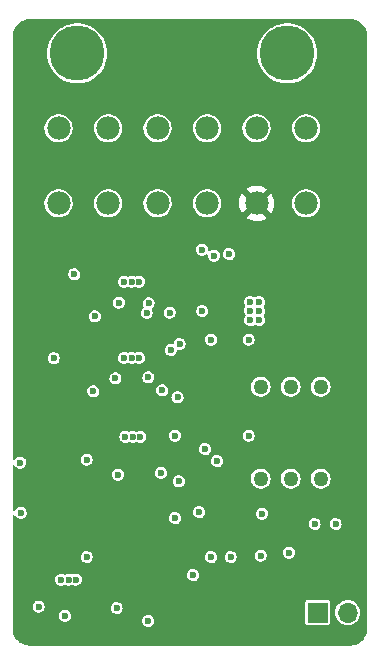
<source format=gbr>
%TF.GenerationSoftware,KiCad,Pcbnew,(6.0.8)*%
%TF.CreationDate,2023-11-13T19:04:35+01:00*%
%TF.ProjectId,BSPD-07,42535044-2d30-4372-9e6b-696361645f70,rev?*%
%TF.SameCoordinates,Original*%
%TF.FileFunction,Copper,L3,Inr*%
%TF.FilePolarity,Positive*%
%FSLAX46Y46*%
G04 Gerber Fmt 4.6, Leading zero omitted, Abs format (unit mm)*
G04 Created by KiCad (PCBNEW (6.0.8)) date 2023-11-13 19:04:35*
%MOMM*%
%LPD*%
G01*
G04 APERTURE LIST*
%TA.AperFunction,ComponentPad*%
%ADD10C,1.269000*%
%TD*%
%TA.AperFunction,ComponentPad*%
%ADD11R,1.700000X1.700000*%
%TD*%
%TA.AperFunction,ComponentPad*%
%ADD12O,1.700000X1.700000*%
%TD*%
%TA.AperFunction,ComponentPad*%
%ADD13C,4.665000*%
%TD*%
%TA.AperFunction,ComponentPad*%
%ADD14C,1.965000*%
%TD*%
%TA.AperFunction,ViaPad*%
%ADD15C,0.600000*%
%TD*%
G04 APERTURE END LIST*
D10*
%TO.N,unconnected-(RV1-Pad1)*%
%TO.C,RV1*%
X170561000Y-113715800D03*
%TO.N,+5V*%
X173101000Y-113715800D03*
%TO.N,TPS_TRIG*%
X175641000Y-113715800D03*
%TD*%
%TO.N,unconnected-(RV2-Pad1)*%
%TO.C,RV2*%
X170561000Y-121500500D03*
%TO.N,+5V*%
X173101000Y-121500500D03*
%TO.N,BRAKE_TRIG*%
X175641000Y-121500500D03*
%TD*%
D11*
%TO.N,SAFETY_IN*%
%TO.C,JP1*%
X175382000Y-132842000D03*
D12*
%TO.N,SAFETY_OUT*%
X177922000Y-132842000D03*
%TD*%
D13*
%TO.N,unconnected-(J1-PadMH2)*%
%TO.C,J1*%
X155033800Y-85496400D03*
%TO.N,unconnected-(J1-PadMH1)*%
X172813800Y-85496400D03*
D14*
%TO.N,TPS_TRIG*%
X174403800Y-91846400D03*
%TO.N,BRAKE_TRIG*%
X170213800Y-91846400D03*
%TO.N,SAFETY_IN*%
X166023800Y-91846400D03*
%TO.N,unconnected-(J1-Pad9)*%
X161833800Y-91846400D03*
%TO.N,unconnected-(J1-Pad8)*%
X157643800Y-91846400D03*
%TO.N,BRAKE_IN_NF*%
X153453800Y-91846400D03*
%TO.N,TPS_IN_NF*%
X153453800Y-98196400D03*
%TO.N,+5V*%
X157643800Y-98196400D03*
%TO.N,unconnected-(J1-Pad4)*%
X161833800Y-98196400D03*
%TO.N,SAFETY_OUT*%
X166023800Y-98196400D03*
%TO.N,GND*%
X170213800Y-98196400D03*
%TO.N,+12V*%
X174403800Y-98196400D03*
%TD*%
D15*
%TO.N,GND*%
X152247600Y-111455200D03*
%TO.N,BRAKE_IN*%
X153031446Y-111297749D03*
X154787600Y-104190800D03*
%TO.N,GND*%
X150977600Y-111455200D03*
X151003000Y-104800400D03*
%TO.N,TPS_COMP_OUT*%
X161080302Y-106654600D03*
X158546800Y-106603800D03*
%TO.N,TPS_IN*%
X156527500Y-107759500D03*
X158496000Y-121158000D03*
%TO.N,GND*%
X154022800Y-110388400D03*
X153286200Y-110388400D03*
X160499800Y-124138000D03*
X165989000Y-130810000D03*
X171675800Y-103784400D03*
X153212800Y-124358400D03*
X161010600Y-115620800D03*
X159229800Y-124138000D03*
X159410400Y-135382000D03*
X153307600Y-123444000D03*
X161036000Y-121767600D03*
X173580800Y-104673400D03*
X159864800Y-124138000D03*
X164846000Y-127762000D03*
X153307600Y-117015800D03*
X161544000Y-117322600D03*
X166878000Y-108585000D03*
X152654000Y-120142000D03*
X169643800Y-103784400D03*
X154018800Y-123444000D03*
X154784800Y-110388400D03*
X172691800Y-103784400D03*
X152298400Y-104800400D03*
X172691800Y-104673400D03*
X173580800Y-103784400D03*
X164465000Y-115062000D03*
X154780800Y-117015800D03*
X154018800Y-117015800D03*
X160977207Y-108858314D03*
X176911000Y-130556000D03*
X161592000Y-104114600D03*
X170659800Y-104673400D03*
X161511800Y-110538800D03*
X151765000Y-126619000D03*
X154780800Y-123444000D03*
X171675800Y-104673400D03*
X170659800Y-103784400D03*
X152806400Y-133146800D03*
X154635200Y-131673600D03*
%TO.N,+5V*%
X163626800Y-121716800D03*
X158369000Y-132461000D03*
X159639000Y-104825800D03*
X150241000Y-124409200D03*
X165862000Y-118999000D03*
X169672000Y-106553000D03*
X159000000Y-111275400D03*
X170434000Y-107289600D03*
X162864800Y-107442000D03*
X151765000Y-132334000D03*
X160274000Y-104825800D03*
X160377737Y-117968230D03*
X170434000Y-106553000D03*
X159107737Y-117968230D03*
X176911000Y-125349000D03*
X159635000Y-111275400D03*
X154914600Y-130048000D03*
X159742737Y-117968230D03*
X153979385Y-133117949D03*
X163322000Y-124841000D03*
X161036000Y-133553200D03*
X163525200Y-114630200D03*
X160270000Y-111275400D03*
X150215600Y-120142000D03*
X168021000Y-128143000D03*
X175133000Y-125349000D03*
X170434000Y-108077000D03*
X166370000Y-128143000D03*
X153670000Y-130048000D03*
X154305000Y-130048000D03*
X169672000Y-107289600D03*
X159004000Y-104825800D03*
X169672000Y-108077000D03*
X162941000Y-110617000D03*
%TO.N,BRAKE_COMP_OUT*%
X158267400Y-113004600D03*
X161055263Y-112941170D03*
%TO.N,BRAKE_IN*%
X155829000Y-119888000D03*
X156387901Y-114104367D03*
%TO.N,SAFETY_IN*%
X166624000Y-102616000D03*
X166370000Y-109736500D03*
X170561000Y-128016000D03*
%TO.N,SAFETY_OUT*%
X170688000Y-124460000D03*
X172974000Y-127762000D03*
X166886500Y-120015000D03*
X165608000Y-102108000D03*
X165624500Y-107315000D03*
%TO.N,TPS_TRIG*%
X163703000Y-110109000D03*
%TO.N,BRAKE_TRIG*%
X169545000Y-117856000D03*
X169545000Y-109728000D03*
X163322000Y-117856000D03*
X167894000Y-102489000D03*
%TO.N,ERR_FINAL*%
X155829000Y-128143000D03*
X162229800Y-114018484D03*
X162114764Y-121025237D03*
X165345500Y-124333000D03*
X164846000Y-129667000D03*
X160909000Y-107473900D03*
%TD*%
%TA.AperFunction,Conductor*%
%TO.N,GND*%
G36*
X178133961Y-82595574D02*
G01*
X178138598Y-82595582D01*
X178152427Y-82598762D01*
X178166269Y-82595630D01*
X178176630Y-82595648D01*
X178186289Y-82596036D01*
X178368534Y-82610379D01*
X178368572Y-82610382D01*
X178388099Y-82613475D01*
X178588921Y-82661688D01*
X178607715Y-82667794D01*
X178798524Y-82746830D01*
X178816129Y-82755800D01*
X178992229Y-82863714D01*
X179008224Y-82875336D01*
X179165261Y-83009458D01*
X179179242Y-83023439D01*
X179313364Y-83180476D01*
X179324985Y-83196469D01*
X179432900Y-83372571D01*
X179441870Y-83390176D01*
X179520904Y-83580980D01*
X179527012Y-83599779D01*
X179572411Y-83788877D01*
X179575225Y-83800600D01*
X179578318Y-83820128D01*
X179592744Y-84003428D01*
X179593132Y-84013533D01*
X179593118Y-84021699D01*
X179589938Y-84035527D01*
X179593070Y-84049368D01*
X179593063Y-84053278D01*
X179595300Y-84073300D01*
X179595300Y-134162910D01*
X179593126Y-134182061D01*
X179593118Y-134186698D01*
X179589938Y-134200527D01*
X179593070Y-134214369D01*
X179593052Y-134224730D01*
X179592664Y-134234396D01*
X179578318Y-134416672D01*
X179575225Y-134436199D01*
X179531206Y-134619556D01*
X179527014Y-134637016D01*
X179520906Y-134655815D01*
X179441870Y-134846624D01*
X179432900Y-134864229D01*
X179324986Y-135040329D01*
X179313364Y-135056324D01*
X179179242Y-135213361D01*
X179165261Y-135227342D01*
X179008224Y-135361464D01*
X178992231Y-135373085D01*
X178816129Y-135481000D01*
X178798524Y-135489970D01*
X178607715Y-135569006D01*
X178588921Y-135575112D01*
X178388100Y-135623325D01*
X178368572Y-135626418D01*
X178185272Y-135640844D01*
X178175167Y-135641232D01*
X178167001Y-135641218D01*
X178153173Y-135638038D01*
X178139332Y-135641170D01*
X178135422Y-135641163D01*
X178115400Y-135643400D01*
X151062938Y-135643400D01*
X151040387Y-135641008D01*
X151038538Y-135641032D01*
X151024667Y-135638056D01*
X151010877Y-135641390D01*
X150997464Y-135641563D01*
X150988611Y-135641367D01*
X150826030Y-135632026D01*
X150808045Y-135629685D01*
X150667083Y-135600886D01*
X150622311Y-135591739D01*
X150604841Y-135586836D01*
X150426488Y-135522608D01*
X150409914Y-135515252D01*
X150242615Y-135426063D01*
X150227278Y-135416407D01*
X150074533Y-135304117D01*
X150060729Y-135292348D01*
X149925703Y-135159289D01*
X149913729Y-135145655D01*
X149799217Y-134994584D01*
X149789326Y-134979373D01*
X149697695Y-134813411D01*
X149690100Y-134796955D01*
X149623258Y-134619552D01*
X149618100Y-134602159D01*
X149577434Y-134417002D01*
X149574828Y-134399046D01*
X149563150Y-134237291D01*
X149563649Y-134213815D01*
X149564249Y-134208602D01*
X149565861Y-134201647D01*
X149565862Y-134200900D01*
X149563654Y-134191222D01*
X149560500Y-134163207D01*
X149560500Y-133111673D01*
X153465694Y-133111673D01*
X153466858Y-133120575D01*
X153466858Y-133120578D01*
X153473697Y-133172875D01*
X153484580Y-133256101D01*
X153488194Y-133264314D01*
X153488195Y-133264318D01*
X153527952Y-133354671D01*
X153543244Y-133389423D01*
X153549019Y-133396293D01*
X153549020Y-133396295D01*
X153631188Y-133494046D01*
X153636968Y-133500922D01*
X153644445Y-133505899D01*
X153750746Y-133576659D01*
X153750748Y-133576660D01*
X153758219Y-133581633D01*
X153897249Y-133625070D01*
X154042883Y-133627739D01*
X154116828Y-133607579D01*
X154174748Y-133591788D01*
X154174749Y-133591788D01*
X154183411Y-133589426D01*
X154191744Y-133584310D01*
X154252633Y-133546924D01*
X160522309Y-133546924D01*
X160523473Y-133555826D01*
X160523473Y-133555829D01*
X160531347Y-133616043D01*
X160541195Y-133691352D01*
X160544809Y-133699565D01*
X160544810Y-133699569D01*
X160571922Y-133761183D01*
X160599859Y-133824674D01*
X160605634Y-133831544D01*
X160605635Y-133831546D01*
X160687803Y-133929297D01*
X160693583Y-133936173D01*
X160701060Y-133941150D01*
X160807361Y-134011910D01*
X160807363Y-134011911D01*
X160814834Y-134016884D01*
X160953864Y-134060321D01*
X161099498Y-134062990D01*
X161169762Y-134043833D01*
X161231363Y-134027039D01*
X161231364Y-134027039D01*
X161240026Y-134024677D01*
X161248359Y-134019561D01*
X161356502Y-133953161D01*
X161364154Y-133948463D01*
X161370774Y-133941150D01*
X161455873Y-133847134D01*
X161455874Y-133847133D01*
X161461901Y-133840474D01*
X161466004Y-133832007D01*
X161521495Y-133717472D01*
X161521495Y-133717471D01*
X161525410Y-133709391D01*
X161546364Y-133584846D01*
X161548770Y-133570544D01*
X161548770Y-133570541D01*
X161549576Y-133565752D01*
X161549729Y-133553200D01*
X161534914Y-133449748D01*
X161530354Y-133417906D01*
X161530353Y-133417903D01*
X161529080Y-133409013D01*
X161525362Y-133400835D01*
X161472508Y-133284590D01*
X161472507Y-133284588D01*
X161468792Y-133276418D01*
X161373713Y-133166073D01*
X161251485Y-133086848D01*
X161111934Y-133045114D01*
X161102958Y-133045059D01*
X161102957Y-133045059D01*
X161041644Y-133044685D01*
X160966279Y-133044224D01*
X160826229Y-133084251D01*
X160818642Y-133089038D01*
X160818640Y-133089039D01*
X160780455Y-133113132D01*
X160703042Y-133161976D01*
X160606622Y-133271151D01*
X160602808Y-133279274D01*
X160602807Y-133279276D01*
X160600312Y-133284590D01*
X160544719Y-133403000D01*
X160543339Y-133411865D01*
X160543338Y-133411867D01*
X160526827Y-133517910D01*
X160522309Y-133546924D01*
X154252633Y-133546924D01*
X154307539Y-133513212D01*
X154314159Y-133505899D01*
X154399258Y-133411883D01*
X154399259Y-133411882D01*
X154405286Y-133405223D01*
X154468795Y-133274140D01*
X154487798Y-133161189D01*
X154492155Y-133135293D01*
X154492155Y-133135290D01*
X154492961Y-133130501D01*
X154493114Y-133117949D01*
X154487342Y-133077644D01*
X154473739Y-132982655D01*
X154473738Y-132982652D01*
X154472465Y-132973762D01*
X154468683Y-132965444D01*
X154415893Y-132849339D01*
X154415892Y-132849337D01*
X154412177Y-132841167D01*
X154317098Y-132730822D01*
X154194870Y-132651597D01*
X154055319Y-132609863D01*
X154046343Y-132609808D01*
X154046342Y-132609808D01*
X153985029Y-132609434D01*
X153909664Y-132608973D01*
X153769614Y-132649000D01*
X153646427Y-132726725D01*
X153640485Y-132733453D01*
X153634535Y-132740190D01*
X153550007Y-132835900D01*
X153546193Y-132844023D01*
X153546192Y-132844025D01*
X153510658Y-132919710D01*
X153488104Y-132967749D01*
X153486724Y-132976614D01*
X153486723Y-132976616D01*
X153469960Y-133084277D01*
X153465694Y-133111673D01*
X149560500Y-133111673D01*
X149560500Y-132327724D01*
X151251309Y-132327724D01*
X151252473Y-132336626D01*
X151252473Y-132336629D01*
X151263061Y-132417598D01*
X151270195Y-132472152D01*
X151273809Y-132480365D01*
X151273810Y-132480369D01*
X151274237Y-132481339D01*
X151328859Y-132605474D01*
X151334634Y-132612344D01*
X151334635Y-132612346D01*
X151346938Y-132626982D01*
X151422583Y-132716973D01*
X151430060Y-132721950D01*
X151536361Y-132792710D01*
X151536363Y-132792711D01*
X151543834Y-132797684D01*
X151682864Y-132841121D01*
X151828498Y-132843790D01*
X151911998Y-132821025D01*
X151960363Y-132807839D01*
X151960364Y-132807839D01*
X151969026Y-132805477D01*
X151977359Y-132800361D01*
X152076732Y-132739346D01*
X152093154Y-132729263D01*
X152099774Y-132721950D01*
X152184873Y-132627934D01*
X152184874Y-132627933D01*
X152190901Y-132621274D01*
X152196457Y-132609808D01*
X152250495Y-132498272D01*
X152250495Y-132498271D01*
X152254410Y-132490191D01*
X152260377Y-132454724D01*
X157855309Y-132454724D01*
X157856473Y-132463626D01*
X157856473Y-132463629D01*
X157868096Y-132552514D01*
X157874195Y-132599152D01*
X157877809Y-132607365D01*
X157877810Y-132607369D01*
X157899419Y-132656478D01*
X157932859Y-132732474D01*
X157938634Y-132739344D01*
X157938635Y-132739346D01*
X158017606Y-132833294D01*
X158026583Y-132843973D01*
X158034060Y-132848950D01*
X158140361Y-132919710D01*
X158140363Y-132919711D01*
X158147834Y-132924684D01*
X158286864Y-132968121D01*
X158432498Y-132970790D01*
X158502762Y-132951633D01*
X158564363Y-132934839D01*
X158564364Y-132934839D01*
X158573026Y-132932477D01*
X158581359Y-132927361D01*
X158689502Y-132860961D01*
X158697154Y-132856263D01*
X158703422Y-132849339D01*
X158788873Y-132754934D01*
X158788874Y-132754933D01*
X158794901Y-132748274D01*
X158803357Y-132730822D01*
X158854495Y-132625272D01*
X158854495Y-132625271D01*
X158858410Y-132617191D01*
X158882576Y-132473552D01*
X158882729Y-132461000D01*
X158865643Y-132341693D01*
X158863354Y-132325706D01*
X158863353Y-132325703D01*
X158862080Y-132316813D01*
X158858362Y-132308635D01*
X158805508Y-132192390D01*
X158805507Y-132192388D01*
X158801792Y-132184218D01*
X158706713Y-132073873D01*
X158584485Y-131994648D01*
X158506959Y-131971463D01*
X174323500Y-131971463D01*
X174323501Y-133712536D01*
X174335597Y-133773353D01*
X174381680Y-133842320D01*
X174450647Y-133888403D01*
X174462816Y-133890824D01*
X174462817Y-133890824D01*
X174504519Y-133899119D01*
X174511463Y-133900500D01*
X175381859Y-133900500D01*
X176252536Y-133900499D01*
X176313353Y-133888403D01*
X176323670Y-133881510D01*
X176323671Y-133881509D01*
X176372007Y-133849211D01*
X176382320Y-133842320D01*
X176428403Y-133773353D01*
X176430825Y-133761180D01*
X176439293Y-133718605D01*
X176440500Y-133712537D01*
X176440499Y-132827150D01*
X176858482Y-132827150D01*
X176858998Y-132833294D01*
X176870320Y-132968121D01*
X176875852Y-133034004D01*
X176933069Y-133233545D01*
X176935887Y-133239027D01*
X176935888Y-133239031D01*
X177008957Y-133381207D01*
X177027955Y-133418173D01*
X177156894Y-133580854D01*
X177161581Y-133584843D01*
X177161584Y-133584846D01*
X177307925Y-133709391D01*
X177314976Y-133715392D01*
X177496180Y-133816664D01*
X177693603Y-133880810D01*
X177899725Y-133905389D01*
X177905860Y-133904917D01*
X177905862Y-133904917D01*
X178100555Y-133889936D01*
X178100560Y-133889935D01*
X178106696Y-133889463D01*
X178112626Y-133887807D01*
X178112628Y-133887807D01*
X178206664Y-133861552D01*
X178306632Y-133833640D01*
X178405558Y-133783669D01*
X178486416Y-133742825D01*
X178486418Y-133742824D01*
X178491917Y-133740046D01*
X178655495Y-133612245D01*
X178791133Y-133455106D01*
X178825349Y-133394876D01*
X178833114Y-133381207D01*
X178893667Y-133274614D01*
X178959190Y-133077644D01*
X178985207Y-132871698D01*
X178985516Y-132849606D01*
X178985573Y-132845522D01*
X178985573Y-132845518D01*
X178985622Y-132842000D01*
X178973363Y-132716973D01*
X178965966Y-132641534D01*
X178965965Y-132641531D01*
X178965365Y-132635408D01*
X178918557Y-132480369D01*
X178907152Y-132442593D01*
X178907151Y-132442590D01*
X178905368Y-132436685D01*
X178857443Y-132346552D01*
X178810809Y-132258847D01*
X178810808Y-132258845D01*
X178807913Y-132253401D01*
X178741706Y-132172223D01*
X178680610Y-132097311D01*
X178680607Y-132097308D01*
X178676715Y-132092536D01*
X178669770Y-132086790D01*
X178521518Y-131964145D01*
X178521519Y-131964145D01*
X178516770Y-131960217D01*
X178511353Y-131957288D01*
X178511350Y-131957286D01*
X178339590Y-131864416D01*
X178339585Y-131864414D01*
X178334170Y-131861486D01*
X178135871Y-131800102D01*
X178129746Y-131799458D01*
X178129745Y-131799458D01*
X177935554Y-131779048D01*
X177935552Y-131779048D01*
X177929425Y-131778404D01*
X177860168Y-131784707D01*
X177728836Y-131796659D01*
X177728833Y-131796660D01*
X177722697Y-131797218D01*
X177716791Y-131798956D01*
X177716787Y-131798957D01*
X177595041Y-131834789D01*
X177523560Y-131855827D01*
X177339600Y-131951999D01*
X177177823Y-132082071D01*
X177173865Y-132086788D01*
X177173863Y-132086790D01*
X177169042Y-132092536D01*
X177044391Y-132241089D01*
X177041427Y-132246481D01*
X177041424Y-132246485D01*
X176947354Y-132417598D01*
X176944387Y-132422995D01*
X176881621Y-132620861D01*
X176880935Y-132626978D01*
X176880934Y-132626982D01*
X176868992Y-132733453D01*
X176858482Y-132827150D01*
X176440499Y-132827150D01*
X176440499Y-131971464D01*
X176428403Y-131910647D01*
X176396289Y-131862585D01*
X176389211Y-131851993D01*
X176382320Y-131841680D01*
X176313353Y-131795597D01*
X176301184Y-131793176D01*
X176301183Y-131793176D01*
X176258605Y-131784707D01*
X176252537Y-131783500D01*
X175382141Y-131783500D01*
X174511464Y-131783501D01*
X174450647Y-131795597D01*
X174440330Y-131802490D01*
X174440329Y-131802491D01*
X174406607Y-131825024D01*
X174381680Y-131841680D01*
X174335597Y-131910647D01*
X174333176Y-131922816D01*
X174333176Y-131922817D01*
X174327190Y-131952914D01*
X174323500Y-131971463D01*
X158506959Y-131971463D01*
X158444934Y-131952914D01*
X158435958Y-131952859D01*
X158435957Y-131952859D01*
X158374644Y-131952485D01*
X158299279Y-131952024D01*
X158159229Y-131992051D01*
X158036042Y-132069776D01*
X157939622Y-132178951D01*
X157935808Y-132187074D01*
X157935807Y-132187076D01*
X157904668Y-132253401D01*
X157877719Y-132310800D01*
X157876339Y-132319665D01*
X157876338Y-132319667D01*
X157857198Y-132442593D01*
X157855309Y-132454724D01*
X152260377Y-132454724D01*
X152278576Y-132346552D01*
X152278729Y-132334000D01*
X152273056Y-132294385D01*
X152259354Y-132198706D01*
X152259353Y-132198703D01*
X152258080Y-132189813D01*
X152254362Y-132181635D01*
X152201508Y-132065390D01*
X152201507Y-132065388D01*
X152197792Y-132057218D01*
X152102713Y-131946873D01*
X151980485Y-131867648D01*
X151840934Y-131825914D01*
X151831958Y-131825859D01*
X151831957Y-131825859D01*
X151770644Y-131825485D01*
X151695279Y-131825024D01*
X151555229Y-131865051D01*
X151547642Y-131869838D01*
X151547640Y-131869839D01*
X151499313Y-131900331D01*
X151432042Y-131942776D01*
X151426100Y-131949504D01*
X151423874Y-131952024D01*
X151335622Y-132051951D01*
X151331808Y-132060074D01*
X151331807Y-132060076D01*
X151279154Y-132172223D01*
X151273719Y-132183800D01*
X151272339Y-132192665D01*
X151272338Y-132192667D01*
X151253008Y-132316813D01*
X151251309Y-132327724D01*
X149560500Y-132327724D01*
X149560500Y-130041724D01*
X153156309Y-130041724D01*
X153157473Y-130050626D01*
X153157473Y-130050629D01*
X153159609Y-130066961D01*
X153175195Y-130186152D01*
X153178809Y-130194365D01*
X153178810Y-130194369D01*
X153179237Y-130195339D01*
X153233859Y-130319474D01*
X153239634Y-130326344D01*
X153239635Y-130326346D01*
X153247140Y-130335274D01*
X153327583Y-130430973D01*
X153335060Y-130435950D01*
X153441361Y-130506710D01*
X153441363Y-130506711D01*
X153448834Y-130511684D01*
X153457401Y-130514361D01*
X153457402Y-130514361D01*
X153473777Y-130519477D01*
X153587864Y-130555121D01*
X153733498Y-130557790D01*
X153789756Y-130542452D01*
X153865367Y-130521838D01*
X153865369Y-130521837D01*
X153874026Y-130519477D01*
X153920585Y-130490890D01*
X153989103Y-130472292D01*
X154056332Y-130493377D01*
X154083834Y-130511684D01*
X154092401Y-130514361D01*
X154092402Y-130514361D01*
X154108777Y-130519477D01*
X154222864Y-130555121D01*
X154368498Y-130557790D01*
X154424756Y-130542452D01*
X154500367Y-130521838D01*
X154500369Y-130521837D01*
X154509026Y-130519477D01*
X154516671Y-130514783D01*
X154516678Y-130514780D01*
X154542373Y-130499003D01*
X154610890Y-130480405D01*
X154678117Y-130501489D01*
X154685960Y-130506709D01*
X154693434Y-130511684D01*
X154701998Y-130514360D01*
X154702001Y-130514361D01*
X154725937Y-130521839D01*
X154832464Y-130555121D01*
X154978098Y-130557790D01*
X155048362Y-130538633D01*
X155109963Y-130521839D01*
X155109964Y-130521839D01*
X155118626Y-130519477D01*
X155126959Y-130514361D01*
X155220641Y-130456840D01*
X155242754Y-130443263D01*
X155249374Y-130435950D01*
X155334473Y-130341934D01*
X155334474Y-130341933D01*
X155340501Y-130335274D01*
X155404010Y-130204191D01*
X155428176Y-130060552D01*
X155428329Y-130048000D01*
X155422656Y-130008385D01*
X155408954Y-129912706D01*
X155408953Y-129912703D01*
X155407680Y-129903813D01*
X155403962Y-129895635D01*
X155351108Y-129779390D01*
X155351107Y-129779388D01*
X155347392Y-129771218D01*
X155252313Y-129660873D01*
X155252083Y-129660724D01*
X164332309Y-129660724D01*
X164333473Y-129669626D01*
X164333473Y-129669629D01*
X164345096Y-129758514D01*
X164351195Y-129805152D01*
X164354809Y-129813365D01*
X164354810Y-129813369D01*
X164355237Y-129814339D01*
X164409859Y-129938474D01*
X164415634Y-129945344D01*
X164415635Y-129945346D01*
X164423140Y-129954274D01*
X164503583Y-130049973D01*
X164511060Y-130054950D01*
X164617361Y-130125710D01*
X164617363Y-130125711D01*
X164624834Y-130130684D01*
X164763864Y-130174121D01*
X164909498Y-130176790D01*
X164979762Y-130157633D01*
X165041363Y-130140839D01*
X165041364Y-130140839D01*
X165050026Y-130138477D01*
X165058359Y-130133361D01*
X165166502Y-130066961D01*
X165174154Y-130062263D01*
X165180774Y-130054950D01*
X165265873Y-129960934D01*
X165265874Y-129960933D01*
X165271901Y-129954274D01*
X165292041Y-129912706D01*
X165331495Y-129831272D01*
X165331495Y-129831271D01*
X165335410Y-129823191D01*
X165359576Y-129679552D01*
X165359729Y-129667000D01*
X165341529Y-129539914D01*
X165340354Y-129531706D01*
X165340353Y-129531703D01*
X165339080Y-129522813D01*
X165335362Y-129514635D01*
X165282508Y-129398390D01*
X165282507Y-129398388D01*
X165278792Y-129390218D01*
X165183713Y-129279873D01*
X165061485Y-129200648D01*
X164921934Y-129158914D01*
X164912958Y-129158859D01*
X164912957Y-129158859D01*
X164851644Y-129158485D01*
X164776279Y-129158024D01*
X164636229Y-129198051D01*
X164513042Y-129275776D01*
X164416622Y-129384951D01*
X164354719Y-129516800D01*
X164353339Y-129525665D01*
X164353338Y-129525667D01*
X164334385Y-129647392D01*
X164332309Y-129660724D01*
X155252083Y-129660724D01*
X155130085Y-129581648D01*
X154990534Y-129539914D01*
X154981558Y-129539859D01*
X154981557Y-129539859D01*
X154920244Y-129539485D01*
X154844879Y-129539024D01*
X154704829Y-129579051D01*
X154697241Y-129583839D01*
X154697238Y-129583840D01*
X154677535Y-129596272D01*
X154609250Y-129615707D01*
X154541769Y-129595443D01*
X154520485Y-129581648D01*
X154380934Y-129539914D01*
X154371958Y-129539859D01*
X154371957Y-129539859D01*
X154310644Y-129539485D01*
X154235279Y-129539024D01*
X154095229Y-129579051D01*
X154062609Y-129599633D01*
X154055064Y-129604393D01*
X153986779Y-129623827D01*
X153919297Y-129603564D01*
X153893014Y-129586528D01*
X153885485Y-129581648D01*
X153745934Y-129539914D01*
X153736958Y-129539859D01*
X153736957Y-129539859D01*
X153675644Y-129539485D01*
X153600279Y-129539024D01*
X153460229Y-129579051D01*
X153452642Y-129583838D01*
X153452640Y-129583839D01*
X153389263Y-129623827D01*
X153337042Y-129656776D01*
X153240622Y-129765951D01*
X153178719Y-129897800D01*
X153177339Y-129906665D01*
X153177338Y-129906667D01*
X153168889Y-129960934D01*
X153156309Y-130041724D01*
X149560500Y-130041724D01*
X149560500Y-128136724D01*
X155315309Y-128136724D01*
X155316473Y-128145626D01*
X155316473Y-128145629D01*
X155326291Y-128220710D01*
X155334195Y-128281152D01*
X155337809Y-128289365D01*
X155337810Y-128289369D01*
X155377567Y-128379722D01*
X155392859Y-128414474D01*
X155398634Y-128421344D01*
X155398635Y-128421346D01*
X155450275Y-128482779D01*
X155486583Y-128525973D01*
X155494060Y-128530950D01*
X155600361Y-128601710D01*
X155600363Y-128601711D01*
X155607834Y-128606684D01*
X155746864Y-128650121D01*
X155892498Y-128652790D01*
X155962762Y-128633634D01*
X156024363Y-128616839D01*
X156024364Y-128616839D01*
X156033026Y-128614477D01*
X156041359Y-128609361D01*
X156149502Y-128542961D01*
X156157154Y-128538263D01*
X156163774Y-128530950D01*
X156248873Y-128436934D01*
X156248874Y-128436933D01*
X156254901Y-128430274D01*
X156318410Y-128299191D01*
X156342576Y-128155552D01*
X156342729Y-128143000D01*
X156341830Y-128136724D01*
X165856309Y-128136724D01*
X165857473Y-128145626D01*
X165857473Y-128145629D01*
X165867291Y-128220710D01*
X165875195Y-128281152D01*
X165878809Y-128289365D01*
X165878810Y-128289369D01*
X165918567Y-128379722D01*
X165933859Y-128414474D01*
X165939634Y-128421344D01*
X165939635Y-128421346D01*
X165991275Y-128482779D01*
X166027583Y-128525973D01*
X166035060Y-128530950D01*
X166141361Y-128601710D01*
X166141363Y-128601711D01*
X166148834Y-128606684D01*
X166287864Y-128650121D01*
X166433498Y-128652790D01*
X166503762Y-128633634D01*
X166565363Y-128616839D01*
X166565364Y-128616839D01*
X166574026Y-128614477D01*
X166582359Y-128609361D01*
X166690502Y-128542961D01*
X166698154Y-128538263D01*
X166704774Y-128530950D01*
X166789873Y-128436934D01*
X166789874Y-128436933D01*
X166795901Y-128430274D01*
X166859410Y-128299191D01*
X166883576Y-128155552D01*
X166883729Y-128143000D01*
X166882830Y-128136724D01*
X167507309Y-128136724D01*
X167508473Y-128145626D01*
X167508473Y-128145629D01*
X167518291Y-128220710D01*
X167526195Y-128281152D01*
X167529809Y-128289365D01*
X167529810Y-128289369D01*
X167569567Y-128379722D01*
X167584859Y-128414474D01*
X167590634Y-128421344D01*
X167590635Y-128421346D01*
X167642275Y-128482779D01*
X167678583Y-128525973D01*
X167686060Y-128530950D01*
X167792361Y-128601710D01*
X167792363Y-128601711D01*
X167799834Y-128606684D01*
X167938864Y-128650121D01*
X168084498Y-128652790D01*
X168154762Y-128633634D01*
X168216363Y-128616839D01*
X168216364Y-128616839D01*
X168225026Y-128614477D01*
X168233359Y-128609361D01*
X168341502Y-128542961D01*
X168349154Y-128538263D01*
X168355774Y-128530950D01*
X168440873Y-128436934D01*
X168440874Y-128436933D01*
X168446901Y-128430274D01*
X168510410Y-128299191D01*
X168534576Y-128155552D01*
X168534729Y-128143000D01*
X168529056Y-128103385D01*
X168515643Y-128009724D01*
X170047309Y-128009724D01*
X170048473Y-128018626D01*
X170048473Y-128018629D01*
X170060096Y-128107514D01*
X170066195Y-128154152D01*
X170069809Y-128162365D01*
X170069810Y-128162369D01*
X170097670Y-128225684D01*
X170124859Y-128287474D01*
X170130634Y-128294344D01*
X170130635Y-128294346D01*
X170143738Y-128309934D01*
X170218583Y-128398973D01*
X170226060Y-128403950D01*
X170332361Y-128474710D01*
X170332363Y-128474711D01*
X170339834Y-128479684D01*
X170478864Y-128523121D01*
X170624498Y-128525790D01*
X170694762Y-128506634D01*
X170756363Y-128489839D01*
X170756364Y-128489839D01*
X170765026Y-128487477D01*
X170773359Y-128482361D01*
X170881502Y-128415961D01*
X170889154Y-128411263D01*
X170895774Y-128403950D01*
X170980873Y-128309934D01*
X170980874Y-128309933D01*
X170986901Y-128303274D01*
X171001933Y-128272249D01*
X171046495Y-128180272D01*
X171046495Y-128180271D01*
X171050410Y-128172191D01*
X171074576Y-128028552D01*
X171074729Y-128016000D01*
X171059315Y-127908369D01*
X171055354Y-127880706D01*
X171055353Y-127880703D01*
X171054080Y-127871813D01*
X171050362Y-127863635D01*
X171001297Y-127755724D01*
X172460309Y-127755724D01*
X172461473Y-127764626D01*
X172461473Y-127764629D01*
X172473096Y-127853514D01*
X172479195Y-127900152D01*
X172482809Y-127908365D01*
X172482810Y-127908369D01*
X172483237Y-127909339D01*
X172537859Y-128033474D01*
X172543634Y-128040344D01*
X172543635Y-128040346D01*
X172551140Y-128049274D01*
X172631583Y-128144973D01*
X172647476Y-128155552D01*
X172745361Y-128220710D01*
X172745363Y-128220711D01*
X172752834Y-128225684D01*
X172891864Y-128269121D01*
X173037498Y-128271790D01*
X173107762Y-128252634D01*
X173169363Y-128235839D01*
X173169364Y-128235839D01*
X173178026Y-128233477D01*
X173186359Y-128228361D01*
X173294502Y-128161961D01*
X173302154Y-128157263D01*
X173308774Y-128149950D01*
X173393873Y-128055934D01*
X173393874Y-128055933D01*
X173399901Y-128049274D01*
X173413668Y-128020860D01*
X173459495Y-127926272D01*
X173459495Y-127926271D01*
X173463410Y-127918191D01*
X173487576Y-127774552D01*
X173487729Y-127762000D01*
X173469529Y-127634914D01*
X173468354Y-127626706D01*
X173468353Y-127626703D01*
X173467080Y-127617813D01*
X173463362Y-127609635D01*
X173410508Y-127493390D01*
X173410507Y-127493388D01*
X173406792Y-127485218D01*
X173311713Y-127374873D01*
X173189485Y-127295648D01*
X173049934Y-127253914D01*
X173040958Y-127253859D01*
X173040957Y-127253859D01*
X172979644Y-127253485D01*
X172904279Y-127253024D01*
X172764229Y-127293051D01*
X172641042Y-127370776D01*
X172544622Y-127479951D01*
X172540808Y-127488074D01*
X172540807Y-127488076D01*
X172486533Y-127603676D01*
X172482719Y-127611800D01*
X172481339Y-127620665D01*
X172481338Y-127620667D01*
X172463938Y-127732418D01*
X172460309Y-127755724D01*
X171001297Y-127755724D01*
X170997508Y-127747390D01*
X170997507Y-127747388D01*
X170993792Y-127739218D01*
X170898713Y-127628873D01*
X170776485Y-127549648D01*
X170636934Y-127507914D01*
X170627958Y-127507859D01*
X170627957Y-127507859D01*
X170566644Y-127507485D01*
X170491279Y-127507024D01*
X170351229Y-127547051D01*
X170228042Y-127624776D01*
X170131622Y-127733951D01*
X170127808Y-127742074D01*
X170127807Y-127742076D01*
X170116171Y-127766860D01*
X170069719Y-127865800D01*
X170068339Y-127874665D01*
X170068338Y-127874667D01*
X170049008Y-127998813D01*
X170047309Y-128009724D01*
X168515643Y-128009724D01*
X168515354Y-128007706D01*
X168515353Y-128007703D01*
X168514080Y-127998813D01*
X168510362Y-127990635D01*
X168457508Y-127874390D01*
X168457507Y-127874388D01*
X168453792Y-127866218D01*
X168358713Y-127755873D01*
X168236485Y-127676648D01*
X168096934Y-127634914D01*
X168087958Y-127634859D01*
X168087957Y-127634859D01*
X168026644Y-127634485D01*
X167951279Y-127634024D01*
X167811229Y-127674051D01*
X167688042Y-127751776D01*
X167591622Y-127860951D01*
X167529719Y-127992800D01*
X167528339Y-128001665D01*
X167528338Y-128001667D01*
X167519889Y-128055934D01*
X167507309Y-128136724D01*
X166882830Y-128136724D01*
X166878056Y-128103385D01*
X166864354Y-128007706D01*
X166864353Y-128007703D01*
X166863080Y-127998813D01*
X166859362Y-127990635D01*
X166806508Y-127874390D01*
X166806507Y-127874388D01*
X166802792Y-127866218D01*
X166707713Y-127755873D01*
X166585485Y-127676648D01*
X166445934Y-127634914D01*
X166436958Y-127634859D01*
X166436957Y-127634859D01*
X166375644Y-127634485D01*
X166300279Y-127634024D01*
X166160229Y-127674051D01*
X166037042Y-127751776D01*
X165940622Y-127860951D01*
X165878719Y-127992800D01*
X165877339Y-128001665D01*
X165877338Y-128001667D01*
X165868889Y-128055934D01*
X165856309Y-128136724D01*
X156341830Y-128136724D01*
X156337056Y-128103385D01*
X156323354Y-128007706D01*
X156323353Y-128007703D01*
X156322080Y-127998813D01*
X156318362Y-127990635D01*
X156265508Y-127874390D01*
X156265507Y-127874388D01*
X156261792Y-127866218D01*
X156166713Y-127755873D01*
X156044485Y-127676648D01*
X155904934Y-127634914D01*
X155895958Y-127634859D01*
X155895957Y-127634859D01*
X155834644Y-127634485D01*
X155759279Y-127634024D01*
X155619229Y-127674051D01*
X155496042Y-127751776D01*
X155399622Y-127860951D01*
X155337719Y-127992800D01*
X155336339Y-128001665D01*
X155336338Y-128001667D01*
X155327889Y-128055934D01*
X155315309Y-128136724D01*
X149560500Y-128136724D01*
X149560500Y-124724535D01*
X149580502Y-124656414D01*
X149634158Y-124609921D01*
X149704432Y-124599817D01*
X149769012Y-124629311D01*
X149795626Y-124665381D01*
X149796500Y-124664837D01*
X149801244Y-124672459D01*
X149804859Y-124680674D01*
X149810634Y-124687544D01*
X149810635Y-124687546D01*
X149866440Y-124753934D01*
X149898583Y-124792173D01*
X149910009Y-124799779D01*
X150012361Y-124867910D01*
X150012363Y-124867911D01*
X150019834Y-124872884D01*
X150028401Y-124875561D01*
X150028402Y-124875561D01*
X150042857Y-124880077D01*
X150158864Y-124916321D01*
X150304498Y-124918990D01*
X150419894Y-124887529D01*
X150436363Y-124883039D01*
X150436364Y-124883039D01*
X150445026Y-124880677D01*
X150453359Y-124875561D01*
X150510579Y-124840428D01*
X150519869Y-124834724D01*
X162808309Y-124834724D01*
X162809473Y-124843626D01*
X162809473Y-124843629D01*
X162814627Y-124883039D01*
X162827195Y-124979152D01*
X162830809Y-124987365D01*
X162830810Y-124987369D01*
X162865828Y-125066951D01*
X162885859Y-125112474D01*
X162891634Y-125119344D01*
X162891635Y-125119346D01*
X162899140Y-125128274D01*
X162979583Y-125223973D01*
X162987060Y-125228950D01*
X163093361Y-125299710D01*
X163093363Y-125299711D01*
X163100834Y-125304684D01*
X163239864Y-125348121D01*
X163385498Y-125350790D01*
X163415082Y-125342724D01*
X174619309Y-125342724D01*
X174620473Y-125351626D01*
X174620473Y-125351629D01*
X174632096Y-125440514D01*
X174638195Y-125487152D01*
X174641809Y-125495365D01*
X174641810Y-125495369D01*
X174642237Y-125496339D01*
X174696859Y-125620474D01*
X174702634Y-125627344D01*
X174702635Y-125627346D01*
X174710140Y-125636274D01*
X174790583Y-125731973D01*
X174798060Y-125736950D01*
X174904361Y-125807710D01*
X174904363Y-125807711D01*
X174911834Y-125812684D01*
X175050864Y-125856121D01*
X175196498Y-125858790D01*
X175266762Y-125839633D01*
X175328363Y-125822839D01*
X175328364Y-125822839D01*
X175337026Y-125820477D01*
X175345359Y-125815361D01*
X175453502Y-125748961D01*
X175461154Y-125744263D01*
X175467774Y-125736950D01*
X175552873Y-125642934D01*
X175552874Y-125642933D01*
X175558901Y-125636274D01*
X175622410Y-125505191D01*
X175646576Y-125361552D01*
X175646729Y-125349000D01*
X175645830Y-125342724D01*
X176397309Y-125342724D01*
X176398473Y-125351626D01*
X176398473Y-125351629D01*
X176410096Y-125440514D01*
X176416195Y-125487152D01*
X176419809Y-125495365D01*
X176419810Y-125495369D01*
X176420237Y-125496339D01*
X176474859Y-125620474D01*
X176480634Y-125627344D01*
X176480635Y-125627346D01*
X176488140Y-125636274D01*
X176568583Y-125731973D01*
X176576060Y-125736950D01*
X176682361Y-125807710D01*
X176682363Y-125807711D01*
X176689834Y-125812684D01*
X176828864Y-125856121D01*
X176974498Y-125858790D01*
X177044762Y-125839633D01*
X177106363Y-125822839D01*
X177106364Y-125822839D01*
X177115026Y-125820477D01*
X177123359Y-125815361D01*
X177231502Y-125748961D01*
X177239154Y-125744263D01*
X177245774Y-125736950D01*
X177330873Y-125642934D01*
X177330874Y-125642933D01*
X177336901Y-125636274D01*
X177400410Y-125505191D01*
X177424576Y-125361552D01*
X177424729Y-125349000D01*
X177406824Y-125223973D01*
X177405354Y-125213706D01*
X177405353Y-125213703D01*
X177404080Y-125204813D01*
X177400362Y-125196635D01*
X177347508Y-125080390D01*
X177347507Y-125080388D01*
X177343792Y-125072218D01*
X177248713Y-124961873D01*
X177126485Y-124882648D01*
X176986934Y-124840914D01*
X176977958Y-124840859D01*
X176977957Y-124840859D01*
X176916644Y-124840485D01*
X176841279Y-124840024D01*
X176701229Y-124880051D01*
X176578042Y-124957776D01*
X176481622Y-125066951D01*
X176477808Y-125075074D01*
X176477807Y-125075076D01*
X176456626Y-125120190D01*
X176419719Y-125198800D01*
X176418339Y-125207665D01*
X176418338Y-125207667D01*
X176401651Y-125314839D01*
X176397309Y-125342724D01*
X175645830Y-125342724D01*
X175628824Y-125223973D01*
X175627354Y-125213706D01*
X175627353Y-125213703D01*
X175626080Y-125204813D01*
X175622362Y-125196635D01*
X175569508Y-125080390D01*
X175569507Y-125080388D01*
X175565792Y-125072218D01*
X175470713Y-124961873D01*
X175348485Y-124882648D01*
X175208934Y-124840914D01*
X175199958Y-124840859D01*
X175199957Y-124840859D01*
X175138644Y-124840485D01*
X175063279Y-124840024D01*
X174923229Y-124880051D01*
X174800042Y-124957776D01*
X174703622Y-125066951D01*
X174699808Y-125075074D01*
X174699807Y-125075076D01*
X174678626Y-125120190D01*
X174641719Y-125198800D01*
X174640339Y-125207665D01*
X174640338Y-125207667D01*
X174623651Y-125314839D01*
X174619309Y-125342724D01*
X163415082Y-125342724D01*
X163455762Y-125331633D01*
X163517363Y-125314839D01*
X163517364Y-125314839D01*
X163526026Y-125312477D01*
X163534359Y-125307361D01*
X163642502Y-125240961D01*
X163650154Y-125236263D01*
X163656774Y-125228950D01*
X163741873Y-125134934D01*
X163741874Y-125134933D01*
X163747901Y-125128274D01*
X163778355Y-125065418D01*
X163807495Y-125005272D01*
X163807495Y-125005271D01*
X163811410Y-124997191D01*
X163830681Y-124882648D01*
X163834770Y-124858344D01*
X163834770Y-124858341D01*
X163835576Y-124853552D01*
X163835729Y-124841000D01*
X163829383Y-124796684D01*
X163816354Y-124705706D01*
X163816353Y-124705703D01*
X163815080Y-124696813D01*
X163811362Y-124688635D01*
X163758508Y-124572390D01*
X163758507Y-124572388D01*
X163754792Y-124564218D01*
X163659713Y-124453873D01*
X163537485Y-124374648D01*
X163397934Y-124332914D01*
X163388958Y-124332859D01*
X163388957Y-124332859D01*
X163327644Y-124332485D01*
X163252279Y-124332024D01*
X163112229Y-124372051D01*
X162989042Y-124449776D01*
X162892622Y-124558951D01*
X162888808Y-124567074D01*
X162888807Y-124567076D01*
X162842653Y-124665381D01*
X162830719Y-124690800D01*
X162829339Y-124699665D01*
X162829338Y-124699667D01*
X162812651Y-124806839D01*
X162808309Y-124834724D01*
X150519869Y-124834724D01*
X150569154Y-124804463D01*
X150575774Y-124797150D01*
X150660873Y-124703134D01*
X150660874Y-124703133D01*
X150666901Y-124696474D01*
X150681966Y-124665381D01*
X150726495Y-124573472D01*
X150726495Y-124573471D01*
X150730410Y-124565391D01*
X150746847Y-124467693D01*
X150753770Y-124426544D01*
X150753770Y-124426541D01*
X150754576Y-124421752D01*
X150754729Y-124409200D01*
X150744918Y-124340693D01*
X150742918Y-124326724D01*
X164831809Y-124326724D01*
X164832973Y-124335626D01*
X164832973Y-124335629D01*
X164838362Y-124376839D01*
X164850695Y-124471152D01*
X164854309Y-124479365D01*
X164854310Y-124479369D01*
X164889328Y-124558951D01*
X164909359Y-124604474D01*
X164915134Y-124611344D01*
X164915135Y-124611346D01*
X164986977Y-124696813D01*
X165003083Y-124715973D01*
X165010560Y-124720950D01*
X165116861Y-124791710D01*
X165116863Y-124791711D01*
X165124334Y-124796684D01*
X165263364Y-124840121D01*
X165408998Y-124842790D01*
X165532346Y-124809161D01*
X165540863Y-124806839D01*
X165540864Y-124806839D01*
X165549526Y-124804477D01*
X165557859Y-124799361D01*
X165666002Y-124732961D01*
X165673654Y-124728263D01*
X165680274Y-124720950D01*
X165765373Y-124626934D01*
X165765374Y-124626933D01*
X165771401Y-124620274D01*
X165781313Y-124599817D01*
X165830995Y-124497272D01*
X165830995Y-124497271D01*
X165834910Y-124489191D01*
X165840877Y-124453724D01*
X170174309Y-124453724D01*
X170175473Y-124462626D01*
X170175473Y-124462629D01*
X170186552Y-124547352D01*
X170193195Y-124598152D01*
X170196809Y-124606365D01*
X170196810Y-124606369D01*
X170222777Y-124665381D01*
X170251859Y-124731474D01*
X170257634Y-124738344D01*
X170257635Y-124738346D01*
X170309275Y-124799779D01*
X170345583Y-124842973D01*
X170353060Y-124847950D01*
X170459361Y-124918710D01*
X170459363Y-124918711D01*
X170466834Y-124923684D01*
X170605864Y-124967121D01*
X170751498Y-124969790D01*
X170821762Y-124950634D01*
X170883363Y-124933839D01*
X170883364Y-124933839D01*
X170892026Y-124931477D01*
X170900359Y-124926361D01*
X170975782Y-124880051D01*
X171016154Y-124855263D01*
X171022774Y-124847950D01*
X171107873Y-124753934D01*
X171107874Y-124753933D01*
X171113901Y-124747274D01*
X171134041Y-124705706D01*
X171173495Y-124624272D01*
X171173495Y-124624271D01*
X171177410Y-124616191D01*
X171201576Y-124472552D01*
X171201729Y-124460000D01*
X171184643Y-124340693D01*
X171182354Y-124324706D01*
X171182353Y-124324703D01*
X171181080Y-124315813D01*
X171177362Y-124307635D01*
X171124508Y-124191390D01*
X171124507Y-124191388D01*
X171120792Y-124183218D01*
X171025713Y-124072873D01*
X170903485Y-123993648D01*
X170763934Y-123951914D01*
X170754958Y-123951859D01*
X170754957Y-123951859D01*
X170693644Y-123951485D01*
X170618279Y-123951024D01*
X170478229Y-123991051D01*
X170470642Y-123995838D01*
X170470640Y-123995839D01*
X170435555Y-124017976D01*
X170355042Y-124068776D01*
X170258622Y-124177951D01*
X170254808Y-124186074D01*
X170254807Y-124186076D01*
X170217746Y-124265013D01*
X170196719Y-124309800D01*
X170195339Y-124318665D01*
X170195338Y-124318667D01*
X170180044Y-124416893D01*
X170174309Y-124453724D01*
X165840877Y-124453724D01*
X165854181Y-124374648D01*
X165858270Y-124350344D01*
X165858270Y-124350341D01*
X165859076Y-124345552D01*
X165859229Y-124333000D01*
X165849493Y-124265013D01*
X165839854Y-124197706D01*
X165839853Y-124197703D01*
X165838580Y-124188813D01*
X165834862Y-124180635D01*
X165782008Y-124064390D01*
X165782007Y-124064388D01*
X165778292Y-124056218D01*
X165683213Y-123945873D01*
X165560985Y-123866648D01*
X165421434Y-123824914D01*
X165412458Y-123824859D01*
X165412457Y-123824859D01*
X165351144Y-123824485D01*
X165275779Y-123824024D01*
X165135729Y-123864051D01*
X165128142Y-123868838D01*
X165128140Y-123868839D01*
X165061877Y-123910648D01*
X165012542Y-123941776D01*
X164916122Y-124050951D01*
X164912308Y-124059074D01*
X164912307Y-124059076D01*
X164870415Y-124148304D01*
X164854219Y-124182800D01*
X164852839Y-124191665D01*
X164852838Y-124191667D01*
X164833508Y-124315813D01*
X164831809Y-124326724D01*
X150742918Y-124326724D01*
X150735354Y-124273906D01*
X150735353Y-124273903D01*
X150734080Y-124265013D01*
X150715054Y-124223167D01*
X150677508Y-124140590D01*
X150677507Y-124140588D01*
X150673792Y-124132418D01*
X150578713Y-124022073D01*
X150456485Y-123942848D01*
X150316934Y-123901114D01*
X150307958Y-123901059D01*
X150307957Y-123901059D01*
X150246644Y-123900685D01*
X150171279Y-123900224D01*
X150031229Y-123940251D01*
X150023642Y-123945038D01*
X150023640Y-123945039D01*
X150008666Y-123954487D01*
X149908042Y-124017976D01*
X149811622Y-124127151D01*
X149807808Y-124135274D01*
X149807807Y-124135276D01*
X149800555Y-124150723D01*
X149753499Y-124203885D01*
X149685171Y-124223167D01*
X149617265Y-124202447D01*
X149571341Y-124148304D01*
X149560500Y-124097174D01*
X149560500Y-121710524D01*
X163113109Y-121710524D01*
X163114273Y-121719426D01*
X163114273Y-121719429D01*
X163125896Y-121808314D01*
X163131995Y-121854952D01*
X163135609Y-121863165D01*
X163135610Y-121863169D01*
X163136037Y-121864139D01*
X163190659Y-121988274D01*
X163196434Y-121995144D01*
X163196435Y-121995146D01*
X163203940Y-122004074D01*
X163284383Y-122099773D01*
X163291860Y-122104750D01*
X163398161Y-122175510D01*
X163398163Y-122175511D01*
X163405634Y-122180484D01*
X163544664Y-122223921D01*
X163690298Y-122226590D01*
X163760562Y-122207433D01*
X163822163Y-122190639D01*
X163822164Y-122190639D01*
X163830826Y-122188277D01*
X163839159Y-122183161D01*
X163925053Y-122130422D01*
X163954954Y-122112063D01*
X163961574Y-122104750D01*
X164046673Y-122010734D01*
X164046674Y-122010733D01*
X164052701Y-122004074D01*
X164116210Y-121872991D01*
X164140376Y-121729352D01*
X164140529Y-121716800D01*
X164128362Y-121631839D01*
X164121154Y-121581506D01*
X164121153Y-121581503D01*
X164119880Y-121572613D01*
X164116162Y-121564435D01*
X164087092Y-121500500D01*
X169713357Y-121500500D01*
X169714047Y-121507065D01*
X169730940Y-121667790D01*
X169731880Y-121676735D01*
X169733919Y-121683009D01*
X169733919Y-121683011D01*
X169750534Y-121734144D01*
X169786640Y-121845267D01*
X169789940Y-121850982D01*
X169789940Y-121850983D01*
X169796976Y-121863169D01*
X169875242Y-121998732D01*
X169879665Y-122003644D01*
X169977286Y-122112063D01*
X169993816Y-122130422D01*
X169999158Y-122134303D01*
X169999160Y-122134305D01*
X170131836Y-122230699D01*
X170137178Y-122234580D01*
X170143206Y-122237264D01*
X170143208Y-122237265D01*
X170293031Y-122303970D01*
X170299064Y-122306656D01*
X170305522Y-122308029D01*
X170305526Y-122308030D01*
X170392132Y-122326439D01*
X170472397Y-122343500D01*
X170649603Y-122343500D01*
X170729868Y-122326439D01*
X170816474Y-122308030D01*
X170816478Y-122308029D01*
X170822936Y-122306656D01*
X170828969Y-122303970D01*
X170978792Y-122237265D01*
X170978794Y-122237264D01*
X170984822Y-122234580D01*
X170990164Y-122230699D01*
X171122840Y-122134305D01*
X171122842Y-122134303D01*
X171128184Y-122130422D01*
X171144715Y-122112063D01*
X171242335Y-122003644D01*
X171246758Y-121998732D01*
X171325024Y-121863169D01*
X171332060Y-121850983D01*
X171332060Y-121850982D01*
X171335360Y-121845267D01*
X171371467Y-121734144D01*
X171388081Y-121683011D01*
X171388081Y-121683009D01*
X171390120Y-121676735D01*
X171391061Y-121667790D01*
X171407953Y-121507065D01*
X171408643Y-121500500D01*
X172253357Y-121500500D01*
X172254047Y-121507065D01*
X172270940Y-121667790D01*
X172271880Y-121676735D01*
X172273919Y-121683009D01*
X172273919Y-121683011D01*
X172290534Y-121734144D01*
X172326640Y-121845267D01*
X172329940Y-121850982D01*
X172329940Y-121850983D01*
X172336976Y-121863169D01*
X172415242Y-121998732D01*
X172419665Y-122003644D01*
X172517286Y-122112063D01*
X172533816Y-122130422D01*
X172539158Y-122134303D01*
X172539160Y-122134305D01*
X172671836Y-122230699D01*
X172677178Y-122234580D01*
X172683206Y-122237264D01*
X172683208Y-122237265D01*
X172833031Y-122303970D01*
X172839064Y-122306656D01*
X172845522Y-122308029D01*
X172845526Y-122308030D01*
X172932132Y-122326439D01*
X173012397Y-122343500D01*
X173189603Y-122343500D01*
X173269868Y-122326439D01*
X173356474Y-122308030D01*
X173356478Y-122308029D01*
X173362936Y-122306656D01*
X173368969Y-122303970D01*
X173518792Y-122237265D01*
X173518794Y-122237264D01*
X173524822Y-122234580D01*
X173530164Y-122230699D01*
X173662840Y-122134305D01*
X173662842Y-122134303D01*
X173668184Y-122130422D01*
X173684715Y-122112063D01*
X173782335Y-122003644D01*
X173786758Y-121998732D01*
X173865024Y-121863169D01*
X173872060Y-121850983D01*
X173872060Y-121850982D01*
X173875360Y-121845267D01*
X173911467Y-121734144D01*
X173928081Y-121683011D01*
X173928081Y-121683009D01*
X173930120Y-121676735D01*
X173931061Y-121667790D01*
X173947953Y-121507065D01*
X173948643Y-121500500D01*
X174793357Y-121500500D01*
X174794047Y-121507065D01*
X174810940Y-121667790D01*
X174811880Y-121676735D01*
X174813919Y-121683009D01*
X174813919Y-121683011D01*
X174830534Y-121734144D01*
X174866640Y-121845267D01*
X174869940Y-121850982D01*
X174869940Y-121850983D01*
X174876976Y-121863169D01*
X174955242Y-121998732D01*
X174959665Y-122003644D01*
X175057286Y-122112063D01*
X175073816Y-122130422D01*
X175079158Y-122134303D01*
X175079160Y-122134305D01*
X175211836Y-122230699D01*
X175217178Y-122234580D01*
X175223206Y-122237264D01*
X175223208Y-122237265D01*
X175373031Y-122303970D01*
X175379064Y-122306656D01*
X175385522Y-122308029D01*
X175385526Y-122308030D01*
X175472132Y-122326439D01*
X175552397Y-122343500D01*
X175729603Y-122343500D01*
X175809868Y-122326439D01*
X175896474Y-122308030D01*
X175896478Y-122308029D01*
X175902936Y-122306656D01*
X175908969Y-122303970D01*
X176058792Y-122237265D01*
X176058794Y-122237264D01*
X176064822Y-122234580D01*
X176070164Y-122230699D01*
X176202840Y-122134305D01*
X176202842Y-122134303D01*
X176208184Y-122130422D01*
X176224715Y-122112063D01*
X176322335Y-122003644D01*
X176326758Y-121998732D01*
X176405024Y-121863169D01*
X176412060Y-121850983D01*
X176412060Y-121850982D01*
X176415360Y-121845267D01*
X176451467Y-121734144D01*
X176468081Y-121683011D01*
X176468081Y-121683009D01*
X176470120Y-121676735D01*
X176471061Y-121667790D01*
X176487953Y-121507065D01*
X176488643Y-121500500D01*
X176482839Y-121445274D01*
X176470810Y-121330826D01*
X176470809Y-121330822D01*
X176470120Y-121324265D01*
X176466301Y-121312511D01*
X176417400Y-121162010D01*
X176417398Y-121162006D01*
X176415360Y-121155733D01*
X176326758Y-121002268D01*
X176208184Y-120870578D01*
X176202841Y-120866696D01*
X176202840Y-120866695D01*
X176070164Y-120770301D01*
X176070161Y-120770299D01*
X176064822Y-120766420D01*
X176058794Y-120763736D01*
X176058792Y-120763735D01*
X175908969Y-120697030D01*
X175902936Y-120694344D01*
X175896478Y-120692971D01*
X175896474Y-120692970D01*
X175809868Y-120674561D01*
X175729603Y-120657500D01*
X175552397Y-120657500D01*
X175472132Y-120674561D01*
X175385526Y-120692970D01*
X175385522Y-120692971D01*
X175379064Y-120694344D01*
X175284470Y-120736460D01*
X175223210Y-120763735D01*
X175217179Y-120766420D01*
X175073816Y-120870578D01*
X174955242Y-121002268D01*
X174866640Y-121155733D01*
X174864602Y-121162006D01*
X174864600Y-121162010D01*
X174815699Y-121312511D01*
X174811880Y-121324265D01*
X174811191Y-121330822D01*
X174811190Y-121330826D01*
X174799161Y-121445274D01*
X174793357Y-121500500D01*
X173948643Y-121500500D01*
X173942839Y-121445274D01*
X173930810Y-121330826D01*
X173930809Y-121330822D01*
X173930120Y-121324265D01*
X173926301Y-121312511D01*
X173877400Y-121162010D01*
X173877398Y-121162006D01*
X173875360Y-121155733D01*
X173786758Y-121002268D01*
X173668184Y-120870578D01*
X173662841Y-120866696D01*
X173662840Y-120866695D01*
X173530164Y-120770301D01*
X173530161Y-120770299D01*
X173524822Y-120766420D01*
X173518794Y-120763736D01*
X173518792Y-120763735D01*
X173368969Y-120697030D01*
X173362936Y-120694344D01*
X173356478Y-120692971D01*
X173356474Y-120692970D01*
X173269868Y-120674561D01*
X173189603Y-120657500D01*
X173012397Y-120657500D01*
X172932132Y-120674561D01*
X172845526Y-120692970D01*
X172845522Y-120692971D01*
X172839064Y-120694344D01*
X172744470Y-120736460D01*
X172683210Y-120763735D01*
X172677179Y-120766420D01*
X172533816Y-120870578D01*
X172415242Y-121002268D01*
X172326640Y-121155733D01*
X172324602Y-121162006D01*
X172324600Y-121162010D01*
X172275699Y-121312511D01*
X172271880Y-121324265D01*
X172271191Y-121330822D01*
X172271190Y-121330826D01*
X172259161Y-121445274D01*
X172253357Y-121500500D01*
X171408643Y-121500500D01*
X171402839Y-121445274D01*
X171390810Y-121330826D01*
X171390809Y-121330822D01*
X171390120Y-121324265D01*
X171386301Y-121312511D01*
X171337400Y-121162010D01*
X171337398Y-121162006D01*
X171335360Y-121155733D01*
X171246758Y-121002268D01*
X171128184Y-120870578D01*
X171122841Y-120866696D01*
X171122840Y-120866695D01*
X170990164Y-120770301D01*
X170990161Y-120770299D01*
X170984822Y-120766420D01*
X170978794Y-120763736D01*
X170978792Y-120763735D01*
X170828969Y-120697030D01*
X170822936Y-120694344D01*
X170816478Y-120692971D01*
X170816474Y-120692970D01*
X170729868Y-120674561D01*
X170649603Y-120657500D01*
X170472397Y-120657500D01*
X170392132Y-120674561D01*
X170305526Y-120692970D01*
X170305522Y-120692971D01*
X170299064Y-120694344D01*
X170204470Y-120736460D01*
X170143210Y-120763735D01*
X170137179Y-120766420D01*
X169993816Y-120870578D01*
X169875242Y-121002268D01*
X169786640Y-121155733D01*
X169784602Y-121162006D01*
X169784600Y-121162010D01*
X169735699Y-121312511D01*
X169731880Y-121324265D01*
X169731191Y-121330822D01*
X169731190Y-121330826D01*
X169719161Y-121445274D01*
X169713357Y-121500500D01*
X164087092Y-121500500D01*
X164063308Y-121448190D01*
X164063307Y-121448188D01*
X164059592Y-121440018D01*
X163964513Y-121329673D01*
X163842285Y-121250448D01*
X163702734Y-121208714D01*
X163693758Y-121208659D01*
X163693757Y-121208659D01*
X163632444Y-121208285D01*
X163557079Y-121207824D01*
X163417029Y-121247851D01*
X163293842Y-121325576D01*
X163197422Y-121434751D01*
X163193608Y-121442874D01*
X163193607Y-121442876D01*
X163139575Y-121557961D01*
X163135519Y-121566600D01*
X163134139Y-121575465D01*
X163134138Y-121575467D01*
X163119392Y-121670174D01*
X163113109Y-121710524D01*
X149560500Y-121710524D01*
X149560500Y-121151724D01*
X157982309Y-121151724D01*
X157983473Y-121160626D01*
X157983473Y-121160629D01*
X157986193Y-121181428D01*
X158001195Y-121296152D01*
X158004809Y-121304365D01*
X158004810Y-121304369D01*
X158044567Y-121394722D01*
X158059859Y-121429474D01*
X158065634Y-121436344D01*
X158065635Y-121436346D01*
X158144091Y-121529681D01*
X158153583Y-121540973D01*
X158161060Y-121545950D01*
X158267361Y-121616710D01*
X158267363Y-121616711D01*
X158274834Y-121621684D01*
X158413864Y-121665121D01*
X158559498Y-121667790D01*
X158629762Y-121648634D01*
X158691363Y-121631839D01*
X158691364Y-121631839D01*
X158700026Y-121629477D01*
X158708359Y-121624361D01*
X158805958Y-121564435D01*
X158824154Y-121553263D01*
X158830774Y-121545950D01*
X158915873Y-121451934D01*
X158915874Y-121451933D01*
X158921901Y-121445274D01*
X158927000Y-121434751D01*
X158981495Y-121322272D01*
X158981495Y-121322271D01*
X158985410Y-121314191D01*
X159009576Y-121170552D01*
X159009729Y-121158000D01*
X158989817Y-121018961D01*
X161601073Y-121018961D01*
X161602237Y-121027863D01*
X161602237Y-121027866D01*
X161613860Y-121116751D01*
X161619959Y-121163389D01*
X161623573Y-121171602D01*
X161623574Y-121171606D01*
X161660414Y-121255329D01*
X161678623Y-121296711D01*
X161684398Y-121303581D01*
X161684399Y-121303583D01*
X161712048Y-121336475D01*
X161772347Y-121408210D01*
X161779824Y-121413187D01*
X161886125Y-121483947D01*
X161886127Y-121483948D01*
X161893598Y-121488921D01*
X162032628Y-121532358D01*
X162178262Y-121535027D01*
X162280824Y-121507065D01*
X162310127Y-121499076D01*
X162310128Y-121499076D01*
X162318790Y-121496714D01*
X162327123Y-121491598D01*
X162402569Y-121445274D01*
X162442918Y-121420500D01*
X162449538Y-121413187D01*
X162534637Y-121319171D01*
X162534638Y-121319170D01*
X162540665Y-121312511D01*
X162552905Y-121287249D01*
X162600259Y-121189509D01*
X162600259Y-121189508D01*
X162604174Y-121181428D01*
X162628340Y-121037789D01*
X162628493Y-121025237D01*
X162607844Y-120881050D01*
X162602467Y-120869223D01*
X162551272Y-120756627D01*
X162551271Y-120756625D01*
X162547556Y-120748455D01*
X162452477Y-120638110D01*
X162330249Y-120558885D01*
X162190698Y-120517151D01*
X162181722Y-120517096D01*
X162181721Y-120517096D01*
X162120408Y-120516722D01*
X162045043Y-120516261D01*
X161904993Y-120556288D01*
X161781806Y-120634013D01*
X161685386Y-120743188D01*
X161681572Y-120751311D01*
X161681571Y-120751313D01*
X161627399Y-120866696D01*
X161623483Y-120875037D01*
X161622103Y-120883902D01*
X161622102Y-120883904D01*
X161602811Y-121007800D01*
X161601073Y-121018961D01*
X158989817Y-121018961D01*
X158989080Y-121013813D01*
X158983831Y-121002268D01*
X158932508Y-120889390D01*
X158932507Y-120889388D01*
X158928792Y-120881218D01*
X158833713Y-120770873D01*
X158711485Y-120691648D01*
X158571934Y-120649914D01*
X158562958Y-120649859D01*
X158562957Y-120649859D01*
X158501644Y-120649485D01*
X158426279Y-120649024D01*
X158286229Y-120689051D01*
X158163042Y-120766776D01*
X158066622Y-120875951D01*
X158062808Y-120884074D01*
X158062807Y-120884076D01*
X158009622Y-120997356D01*
X158004719Y-121007800D01*
X158003339Y-121016665D01*
X158003338Y-121016667D01*
X158001595Y-121027866D01*
X157982309Y-121151724D01*
X149560500Y-121151724D01*
X149560500Y-120498703D01*
X149580502Y-120430582D01*
X149634158Y-120384089D01*
X149704432Y-120373985D01*
X149769012Y-120403479D01*
X149782949Y-120417626D01*
X149873183Y-120524973D01*
X149880660Y-120529950D01*
X149986961Y-120600710D01*
X149986963Y-120600711D01*
X149994434Y-120605684D01*
X150133464Y-120649121D01*
X150279098Y-120651790D01*
X150361871Y-120629223D01*
X150410963Y-120615839D01*
X150410964Y-120615839D01*
X150419626Y-120613477D01*
X150427959Y-120608361D01*
X150512768Y-120556288D01*
X150543754Y-120537263D01*
X150550374Y-120529950D01*
X150635473Y-120435934D01*
X150635474Y-120435933D01*
X150641501Y-120429274D01*
X150647144Y-120417628D01*
X150701095Y-120306272D01*
X150701095Y-120306271D01*
X150705010Y-120298191D01*
X150729176Y-120154552D01*
X150729329Y-120142000D01*
X150712939Y-120027552D01*
X150709954Y-120006706D01*
X150709953Y-120006703D01*
X150708680Y-119997813D01*
X150668350Y-119909113D01*
X150655897Y-119881724D01*
X155315309Y-119881724D01*
X155316473Y-119890626D01*
X155316473Y-119890629D01*
X155318890Y-119909113D01*
X155334195Y-120026152D01*
X155337809Y-120034365D01*
X155337810Y-120034369D01*
X155338237Y-120035339D01*
X155392859Y-120159474D01*
X155398634Y-120166344D01*
X155398635Y-120166346D01*
X155411738Y-120181934D01*
X155486583Y-120270973D01*
X155505046Y-120283263D01*
X155600361Y-120346710D01*
X155600363Y-120346711D01*
X155607834Y-120351684D01*
X155746864Y-120395121D01*
X155892498Y-120397790D01*
X155979812Y-120373985D01*
X156024363Y-120361839D01*
X156024364Y-120361839D01*
X156033026Y-120359477D01*
X156041359Y-120354361D01*
X156149502Y-120287961D01*
X156157154Y-120283263D01*
X156163774Y-120275950D01*
X156248873Y-120181934D01*
X156248874Y-120181933D01*
X156254901Y-120175274D01*
X156268668Y-120146860D01*
X156314495Y-120052272D01*
X156314495Y-120052271D01*
X156318410Y-120044191D01*
X156324377Y-120008724D01*
X166372809Y-120008724D01*
X166373973Y-120017626D01*
X166373973Y-120017629D01*
X166385596Y-120106514D01*
X166391695Y-120153152D01*
X166395309Y-120161365D01*
X166395310Y-120161369D01*
X166435067Y-120251722D01*
X166450359Y-120286474D01*
X166456134Y-120293344D01*
X166456135Y-120293346D01*
X166507775Y-120354779D01*
X166544083Y-120397973D01*
X166551560Y-120402950D01*
X166657861Y-120473710D01*
X166657863Y-120473711D01*
X166665334Y-120478684D01*
X166804364Y-120522121D01*
X166949998Y-120524790D01*
X167020262Y-120505633D01*
X167081863Y-120488839D01*
X167081864Y-120488839D01*
X167090526Y-120486477D01*
X167098859Y-120481361D01*
X167196857Y-120421190D01*
X167214654Y-120410263D01*
X167221274Y-120402950D01*
X167306373Y-120308934D01*
X167306374Y-120308933D01*
X167312401Y-120302274D01*
X167375910Y-120171191D01*
X167400076Y-120027552D01*
X167400229Y-120015000D01*
X167383143Y-119895693D01*
X167380854Y-119879706D01*
X167380853Y-119879703D01*
X167379580Y-119870813D01*
X167375862Y-119862635D01*
X167323008Y-119746390D01*
X167323007Y-119746388D01*
X167319292Y-119738218D01*
X167224213Y-119627873D01*
X167101985Y-119548648D01*
X166962434Y-119506914D01*
X166953458Y-119506859D01*
X166953457Y-119506859D01*
X166892144Y-119506485D01*
X166816779Y-119506024D01*
X166676729Y-119546051D01*
X166553542Y-119623776D01*
X166457122Y-119732951D01*
X166453308Y-119741074D01*
X166453307Y-119741076D01*
X166445594Y-119757504D01*
X166395219Y-119864800D01*
X166393839Y-119873665D01*
X166393838Y-119873667D01*
X166374508Y-119997813D01*
X166372809Y-120008724D01*
X156324377Y-120008724D01*
X156342576Y-119900552D01*
X156342729Y-119888000D01*
X156322080Y-119743813D01*
X156318362Y-119735635D01*
X156265508Y-119619390D01*
X156265507Y-119619388D01*
X156261792Y-119611218D01*
X156166713Y-119500873D01*
X156044485Y-119421648D01*
X155904934Y-119379914D01*
X155895958Y-119379859D01*
X155895957Y-119379859D01*
X155834644Y-119379485D01*
X155759279Y-119379024D01*
X155619229Y-119419051D01*
X155496042Y-119496776D01*
X155399622Y-119605951D01*
X155395808Y-119614074D01*
X155395807Y-119614076D01*
X155343154Y-119726223D01*
X155337719Y-119737800D01*
X155336339Y-119746665D01*
X155336338Y-119746667D01*
X155317008Y-119870813D01*
X155315309Y-119881724D01*
X150655897Y-119881724D01*
X150652108Y-119873390D01*
X150652107Y-119873388D01*
X150648392Y-119865218D01*
X150553313Y-119754873D01*
X150431085Y-119675648D01*
X150291534Y-119633914D01*
X150282558Y-119633859D01*
X150282557Y-119633859D01*
X150221244Y-119633485D01*
X150145879Y-119633024D01*
X150005829Y-119673051D01*
X149882642Y-119750776D01*
X149876700Y-119757504D01*
X149792164Y-119853222D01*
X149792162Y-119853226D01*
X149786222Y-119859951D01*
X149785388Y-119859215D01*
X149737690Y-119899715D01*
X149667319Y-119909113D01*
X149603037Y-119878974D01*
X149565254Y-119818866D01*
X149560500Y-119784582D01*
X149560500Y-118992724D01*
X165348309Y-118992724D01*
X165349473Y-119001626D01*
X165349473Y-119001629D01*
X165361096Y-119090514D01*
X165367195Y-119137152D01*
X165370809Y-119145365D01*
X165370810Y-119145369D01*
X165371237Y-119146339D01*
X165425859Y-119270474D01*
X165431634Y-119277344D01*
X165431635Y-119277346D01*
X165439140Y-119286274D01*
X165519583Y-119381973D01*
X165527060Y-119386950D01*
X165633361Y-119457710D01*
X165633363Y-119457711D01*
X165640834Y-119462684D01*
X165779864Y-119506121D01*
X165925498Y-119508790D01*
X165995762Y-119489634D01*
X166057363Y-119472839D01*
X166057364Y-119472839D01*
X166066026Y-119470477D01*
X166074359Y-119465361D01*
X166149782Y-119419051D01*
X166190154Y-119394263D01*
X166196774Y-119386950D01*
X166281873Y-119292934D01*
X166281874Y-119292933D01*
X166287901Y-119286274D01*
X166351410Y-119155191D01*
X166375576Y-119011552D01*
X166375729Y-118999000D01*
X166355080Y-118854813D01*
X166351362Y-118846635D01*
X166298508Y-118730390D01*
X166298507Y-118730388D01*
X166294792Y-118722218D01*
X166199713Y-118611873D01*
X166077485Y-118532648D01*
X165937934Y-118490914D01*
X165928958Y-118490859D01*
X165928957Y-118490859D01*
X165867644Y-118490485D01*
X165792279Y-118490024D01*
X165652229Y-118530051D01*
X165529042Y-118607776D01*
X165432622Y-118716951D01*
X165370719Y-118848800D01*
X165348309Y-118992724D01*
X149560500Y-118992724D01*
X149560500Y-117961954D01*
X158594046Y-117961954D01*
X158595210Y-117970856D01*
X158595210Y-117970859D01*
X158600615Y-118012191D01*
X158612932Y-118106382D01*
X158616546Y-118114595D01*
X158616547Y-118114599D01*
X158656304Y-118204952D01*
X158671596Y-118239704D01*
X158677371Y-118246574D01*
X158677372Y-118246576D01*
X158741076Y-118322361D01*
X158765320Y-118351203D01*
X158772797Y-118356180D01*
X158879098Y-118426940D01*
X158879100Y-118426941D01*
X158886571Y-118431914D01*
X158895138Y-118434591D01*
X158895139Y-118434591D01*
X158911514Y-118439707D01*
X159025601Y-118475351D01*
X159171235Y-118478020D01*
X159227493Y-118462682D01*
X159303104Y-118442068D01*
X159303106Y-118442067D01*
X159311763Y-118439707D01*
X159358322Y-118411120D01*
X159426840Y-118392522D01*
X159494069Y-118413607D01*
X159521571Y-118431914D01*
X159530138Y-118434591D01*
X159530139Y-118434591D01*
X159546514Y-118439707D01*
X159660601Y-118475351D01*
X159806235Y-118478020D01*
X159862493Y-118462682D01*
X159938104Y-118442068D01*
X159938106Y-118442067D01*
X159946763Y-118439707D01*
X159993322Y-118411120D01*
X160061840Y-118392522D01*
X160129069Y-118413607D01*
X160156571Y-118431914D01*
X160165138Y-118434591D01*
X160165139Y-118434591D01*
X160181514Y-118439707D01*
X160295601Y-118475351D01*
X160441235Y-118478020D01*
X160511499Y-118458863D01*
X160573100Y-118442069D01*
X160573101Y-118442069D01*
X160581763Y-118439707D01*
X160590096Y-118434591D01*
X160658612Y-118392522D01*
X160705891Y-118363493D01*
X160712511Y-118356180D01*
X160797610Y-118262164D01*
X160797611Y-118262163D01*
X160803638Y-118255504D01*
X160811648Y-118238973D01*
X160863232Y-118132502D01*
X160863232Y-118132501D01*
X160867147Y-118124421D01*
X160891313Y-117980782D01*
X160891466Y-117968230D01*
X160885793Y-117928615D01*
X160874495Y-117849724D01*
X162808309Y-117849724D01*
X162809473Y-117858626D01*
X162809473Y-117858629D01*
X162821096Y-117947514D01*
X162827195Y-117994152D01*
X162830809Y-118002365D01*
X162830810Y-118002369D01*
X162831237Y-118003339D01*
X162885859Y-118127474D01*
X162891634Y-118134344D01*
X162891635Y-118134346D01*
X162899140Y-118143274D01*
X162979583Y-118238973D01*
X162987060Y-118243950D01*
X163093361Y-118314710D01*
X163093363Y-118314711D01*
X163100834Y-118319684D01*
X163239864Y-118363121D01*
X163385498Y-118365790D01*
X163464222Y-118344327D01*
X163517363Y-118329839D01*
X163517364Y-118329839D01*
X163526026Y-118327477D01*
X163534359Y-118322361D01*
X163588090Y-118289370D01*
X163650154Y-118251263D01*
X163656774Y-118243950D01*
X163741873Y-118149934D01*
X163741874Y-118149933D01*
X163747901Y-118143274D01*
X163757036Y-118124421D01*
X163807495Y-118020272D01*
X163807495Y-118020271D01*
X163811410Y-118012191D01*
X163835576Y-117868552D01*
X163835729Y-117856000D01*
X163834830Y-117849724D01*
X169031309Y-117849724D01*
X169032473Y-117858626D01*
X169032473Y-117858629D01*
X169044096Y-117947514D01*
X169050195Y-117994152D01*
X169053809Y-118002365D01*
X169053810Y-118002369D01*
X169054237Y-118003339D01*
X169108859Y-118127474D01*
X169114634Y-118134344D01*
X169114635Y-118134346D01*
X169122140Y-118143274D01*
X169202583Y-118238973D01*
X169210060Y-118243950D01*
X169316361Y-118314710D01*
X169316363Y-118314711D01*
X169323834Y-118319684D01*
X169462864Y-118363121D01*
X169608498Y-118365790D01*
X169687222Y-118344327D01*
X169740363Y-118329839D01*
X169740364Y-118329839D01*
X169749026Y-118327477D01*
X169757359Y-118322361D01*
X169811090Y-118289370D01*
X169873154Y-118251263D01*
X169879774Y-118243950D01*
X169964873Y-118149934D01*
X169964874Y-118149933D01*
X169970901Y-118143274D01*
X169980036Y-118124421D01*
X170030495Y-118020272D01*
X170030495Y-118020271D01*
X170034410Y-118012191D01*
X170058576Y-117868552D01*
X170058729Y-117856000D01*
X170038080Y-117711813D01*
X170032536Y-117699620D01*
X169981508Y-117587390D01*
X169981507Y-117587388D01*
X169977792Y-117579218D01*
X169882713Y-117468873D01*
X169760485Y-117389648D01*
X169620934Y-117347914D01*
X169611958Y-117347859D01*
X169611957Y-117347859D01*
X169550644Y-117347485D01*
X169475279Y-117347024D01*
X169335229Y-117387051D01*
X169212042Y-117464776D01*
X169115622Y-117573951D01*
X169111808Y-117582074D01*
X169111807Y-117582076D01*
X169066089Y-117679453D01*
X169053719Y-117705800D01*
X169052339Y-117714665D01*
X169052338Y-117714667D01*
X169035308Y-117824043D01*
X169031309Y-117849724D01*
X163834830Y-117849724D01*
X163815080Y-117711813D01*
X163809536Y-117699620D01*
X163758508Y-117587390D01*
X163758507Y-117587388D01*
X163754792Y-117579218D01*
X163659713Y-117468873D01*
X163537485Y-117389648D01*
X163397934Y-117347914D01*
X163388958Y-117347859D01*
X163388957Y-117347859D01*
X163327644Y-117347485D01*
X163252279Y-117347024D01*
X163112229Y-117387051D01*
X162989042Y-117464776D01*
X162892622Y-117573951D01*
X162888808Y-117582074D01*
X162888807Y-117582076D01*
X162843089Y-117679453D01*
X162830719Y-117705800D01*
X162829339Y-117714665D01*
X162829338Y-117714667D01*
X162812308Y-117824043D01*
X162808309Y-117849724D01*
X160874495Y-117849724D01*
X160872091Y-117832936D01*
X160872090Y-117832933D01*
X160870817Y-117824043D01*
X160867099Y-117815865D01*
X160814245Y-117699620D01*
X160814244Y-117699618D01*
X160810529Y-117691448D01*
X160715450Y-117581103D01*
X160593222Y-117501878D01*
X160453671Y-117460144D01*
X160444695Y-117460089D01*
X160444694Y-117460089D01*
X160383381Y-117459715D01*
X160308016Y-117459254D01*
X160167966Y-117499281D01*
X160135346Y-117519863D01*
X160127801Y-117524623D01*
X160059516Y-117544057D01*
X159992034Y-117523794D01*
X159965751Y-117506758D01*
X159958222Y-117501878D01*
X159818671Y-117460144D01*
X159809695Y-117460089D01*
X159809694Y-117460089D01*
X159748381Y-117459715D01*
X159673016Y-117459254D01*
X159532966Y-117499281D01*
X159500346Y-117519863D01*
X159492801Y-117524623D01*
X159424516Y-117544057D01*
X159357034Y-117523794D01*
X159330751Y-117506758D01*
X159323222Y-117501878D01*
X159183671Y-117460144D01*
X159174695Y-117460089D01*
X159174694Y-117460089D01*
X159113381Y-117459715D01*
X159038016Y-117459254D01*
X158897966Y-117499281D01*
X158890379Y-117504068D01*
X158890377Y-117504069D01*
X158886114Y-117506759D01*
X158774779Y-117577006D01*
X158678359Y-117686181D01*
X158674545Y-117694304D01*
X158674544Y-117694306D01*
X158620270Y-117809906D01*
X158616456Y-117818030D01*
X158615076Y-117826895D01*
X158615075Y-117826897D01*
X158610544Y-117856000D01*
X158594046Y-117961954D01*
X149560500Y-117961954D01*
X149560500Y-114623924D01*
X163011509Y-114623924D01*
X163012673Y-114632826D01*
X163012673Y-114632829D01*
X163024296Y-114721714D01*
X163030395Y-114768352D01*
X163034009Y-114776565D01*
X163034010Y-114776569D01*
X163034437Y-114777539D01*
X163089059Y-114901674D01*
X163094834Y-114908544D01*
X163094835Y-114908546D01*
X163102340Y-114917474D01*
X163182783Y-115013173D01*
X163190260Y-115018150D01*
X163296561Y-115088910D01*
X163296563Y-115088911D01*
X163304034Y-115093884D01*
X163443064Y-115137321D01*
X163588698Y-115139990D01*
X163658962Y-115120834D01*
X163720563Y-115104039D01*
X163720564Y-115104039D01*
X163729226Y-115101677D01*
X163737559Y-115096561D01*
X163845702Y-115030161D01*
X163853354Y-115025463D01*
X163859974Y-115018150D01*
X163945073Y-114924134D01*
X163945074Y-114924133D01*
X163951101Y-114917474D01*
X164014610Y-114786391D01*
X164038776Y-114642752D01*
X164038929Y-114630200D01*
X164023994Y-114525912D01*
X164019554Y-114494906D01*
X164019553Y-114494903D01*
X164018280Y-114486013D01*
X164014562Y-114477835D01*
X163961708Y-114361590D01*
X163961707Y-114361588D01*
X163957992Y-114353418D01*
X163862913Y-114243073D01*
X163740685Y-114163848D01*
X163601134Y-114122114D01*
X163592158Y-114122059D01*
X163592157Y-114122059D01*
X163530844Y-114121685D01*
X163455479Y-114121224D01*
X163315429Y-114161251D01*
X163307842Y-114166038D01*
X163307840Y-114166039D01*
X163241577Y-114207848D01*
X163192242Y-114238976D01*
X163095822Y-114348151D01*
X163092008Y-114356274D01*
X163092007Y-114356276D01*
X163037733Y-114471876D01*
X163033919Y-114480000D01*
X163032539Y-114488865D01*
X163032538Y-114488867D01*
X163013030Y-114614157D01*
X163011509Y-114623924D01*
X149560500Y-114623924D01*
X149560500Y-114098091D01*
X155874210Y-114098091D01*
X155875374Y-114106993D01*
X155875374Y-114106996D01*
X155882940Y-114164853D01*
X155893096Y-114242519D01*
X155896710Y-114250732D01*
X155896711Y-114250736D01*
X155917365Y-114297674D01*
X155951760Y-114375841D01*
X155957535Y-114382711D01*
X155957536Y-114382713D01*
X156013996Y-114449880D01*
X156045484Y-114487340D01*
X156052961Y-114492317D01*
X156159262Y-114563077D01*
X156159264Y-114563078D01*
X156166735Y-114568051D01*
X156305765Y-114611488D01*
X156451399Y-114614157D01*
X156521663Y-114595000D01*
X156583264Y-114578206D01*
X156583265Y-114578206D01*
X156591927Y-114575844D01*
X156600260Y-114570728D01*
X156708403Y-114504328D01*
X156716055Y-114499630D01*
X156722675Y-114492317D01*
X156807774Y-114398301D01*
X156807775Y-114398300D01*
X156813802Y-114391641D01*
X156834169Y-114349605D01*
X156873396Y-114268639D01*
X156873396Y-114268638D01*
X156877311Y-114260558D01*
X156901477Y-114116919D01*
X156901630Y-114104367D01*
X156895357Y-114060567D01*
X156888432Y-114012208D01*
X161716109Y-114012208D01*
X161717273Y-114021110D01*
X161717273Y-114021113D01*
X161723180Y-114066283D01*
X161734995Y-114156636D01*
X161738609Y-114164849D01*
X161738610Y-114164853D01*
X161769118Y-114234186D01*
X161793659Y-114289958D01*
X161799434Y-114296828D01*
X161799435Y-114296830D01*
X161879132Y-114391641D01*
X161887383Y-114401457D01*
X161894860Y-114406434D01*
X162001161Y-114477194D01*
X162001163Y-114477195D01*
X162008634Y-114482168D01*
X162147664Y-114525605D01*
X162293298Y-114528274D01*
X162363562Y-114509118D01*
X162425163Y-114492323D01*
X162425164Y-114492323D01*
X162433826Y-114489961D01*
X162442159Y-114484845D01*
X162550302Y-114418445D01*
X162557954Y-114413747D01*
X162564574Y-114406434D01*
X162649673Y-114312418D01*
X162649674Y-114312417D01*
X162655701Y-114305758D01*
X162690378Y-114234186D01*
X162715295Y-114182756D01*
X162715295Y-114182755D01*
X162719210Y-114174675D01*
X162743376Y-114031036D01*
X162743529Y-114018484D01*
X162726319Y-113898311D01*
X162724154Y-113883190D01*
X162724153Y-113883187D01*
X162722880Y-113874297D01*
X162719162Y-113866119D01*
X162666308Y-113749874D01*
X162666307Y-113749872D01*
X162662592Y-113741702D01*
X162640273Y-113715800D01*
X169713357Y-113715800D01*
X169714047Y-113722365D01*
X169730316Y-113877151D01*
X169731880Y-113892035D01*
X169733919Y-113898309D01*
X169733919Y-113898311D01*
X169778602Y-114035828D01*
X169786640Y-114060567D01*
X169789940Y-114066282D01*
X169789940Y-114066283D01*
X169844769Y-114161251D01*
X169875242Y-114214032D01*
X169993816Y-114345722D01*
X169999158Y-114349603D01*
X169999160Y-114349605D01*
X170057018Y-114391641D01*
X170137178Y-114449880D01*
X170143206Y-114452564D01*
X170143208Y-114452565D01*
X170293031Y-114519270D01*
X170299064Y-114521956D01*
X170305522Y-114523329D01*
X170305526Y-114523330D01*
X170392132Y-114541739D01*
X170472397Y-114558800D01*
X170649603Y-114558800D01*
X170729868Y-114541739D01*
X170816474Y-114523330D01*
X170816478Y-114523329D01*
X170822936Y-114521956D01*
X170828969Y-114519270D01*
X170978792Y-114452565D01*
X170978794Y-114452564D01*
X170984822Y-114449880D01*
X171064982Y-114391641D01*
X171122840Y-114349605D01*
X171122842Y-114349603D01*
X171128184Y-114345722D01*
X171246758Y-114214032D01*
X171277231Y-114161251D01*
X171332060Y-114066283D01*
X171332060Y-114066282D01*
X171335360Y-114060567D01*
X171343399Y-114035828D01*
X171388081Y-113898311D01*
X171388081Y-113898309D01*
X171390120Y-113892035D01*
X171391685Y-113877151D01*
X171407953Y-113722365D01*
X171408643Y-113715800D01*
X172253357Y-113715800D01*
X172254047Y-113722365D01*
X172270316Y-113877151D01*
X172271880Y-113892035D01*
X172273919Y-113898309D01*
X172273919Y-113898311D01*
X172318602Y-114035828D01*
X172326640Y-114060567D01*
X172329940Y-114066282D01*
X172329940Y-114066283D01*
X172384769Y-114161251D01*
X172415242Y-114214032D01*
X172533816Y-114345722D01*
X172539158Y-114349603D01*
X172539160Y-114349605D01*
X172597018Y-114391641D01*
X172677178Y-114449880D01*
X172683206Y-114452564D01*
X172683208Y-114452565D01*
X172833031Y-114519270D01*
X172839064Y-114521956D01*
X172845522Y-114523329D01*
X172845526Y-114523330D01*
X172932132Y-114541739D01*
X173012397Y-114558800D01*
X173189603Y-114558800D01*
X173269868Y-114541739D01*
X173356474Y-114523330D01*
X173356478Y-114523329D01*
X173362936Y-114521956D01*
X173368969Y-114519270D01*
X173518792Y-114452565D01*
X173518794Y-114452564D01*
X173524822Y-114449880D01*
X173604982Y-114391641D01*
X173662840Y-114349605D01*
X173662842Y-114349603D01*
X173668184Y-114345722D01*
X173786758Y-114214032D01*
X173817231Y-114161251D01*
X173872060Y-114066283D01*
X173872060Y-114066282D01*
X173875360Y-114060567D01*
X173883399Y-114035828D01*
X173928081Y-113898311D01*
X173928081Y-113898309D01*
X173930120Y-113892035D01*
X173931685Y-113877151D01*
X173947953Y-113722365D01*
X173948643Y-113715800D01*
X174793357Y-113715800D01*
X174794047Y-113722365D01*
X174810316Y-113877151D01*
X174811880Y-113892035D01*
X174813919Y-113898309D01*
X174813919Y-113898311D01*
X174858602Y-114035828D01*
X174866640Y-114060567D01*
X174869940Y-114066282D01*
X174869940Y-114066283D01*
X174924769Y-114161251D01*
X174955242Y-114214032D01*
X175073816Y-114345722D01*
X175079158Y-114349603D01*
X175079160Y-114349605D01*
X175137018Y-114391641D01*
X175217178Y-114449880D01*
X175223206Y-114452564D01*
X175223208Y-114452565D01*
X175373031Y-114519270D01*
X175379064Y-114521956D01*
X175385522Y-114523329D01*
X175385526Y-114523330D01*
X175472132Y-114541739D01*
X175552397Y-114558800D01*
X175729603Y-114558800D01*
X175809868Y-114541739D01*
X175896474Y-114523330D01*
X175896478Y-114523329D01*
X175902936Y-114521956D01*
X175908969Y-114519270D01*
X176058792Y-114452565D01*
X176058794Y-114452564D01*
X176064822Y-114449880D01*
X176144982Y-114391641D01*
X176202840Y-114349605D01*
X176202842Y-114349603D01*
X176208184Y-114345722D01*
X176326758Y-114214032D01*
X176357231Y-114161251D01*
X176412060Y-114066283D01*
X176412060Y-114066282D01*
X176415360Y-114060567D01*
X176423399Y-114035828D01*
X176468081Y-113898311D01*
X176468081Y-113898309D01*
X176470120Y-113892035D01*
X176471685Y-113877151D01*
X176487953Y-113722365D01*
X176488643Y-113715800D01*
X176487860Y-113708353D01*
X176470810Y-113546126D01*
X176470809Y-113546122D01*
X176470120Y-113539565D01*
X176461940Y-113514390D01*
X176417400Y-113377310D01*
X176417398Y-113377306D01*
X176415360Y-113371033D01*
X176326758Y-113217568D01*
X176251377Y-113133849D01*
X176212606Y-113090789D01*
X176212605Y-113090788D01*
X176208184Y-113085878D01*
X176202841Y-113081996D01*
X176202840Y-113081995D01*
X176070164Y-112985601D01*
X176070161Y-112985599D01*
X176064822Y-112981720D01*
X176058794Y-112979036D01*
X176058792Y-112979035D01*
X175908969Y-112912330D01*
X175902936Y-112909644D01*
X175896478Y-112908271D01*
X175896474Y-112908270D01*
X175809868Y-112889861D01*
X175729603Y-112872800D01*
X175552397Y-112872800D01*
X175472132Y-112889861D01*
X175385526Y-112908270D01*
X175385522Y-112908271D01*
X175379064Y-112909644D01*
X175269300Y-112958514D01*
X175223210Y-112979035D01*
X175217179Y-112981720D01*
X175073816Y-113085878D01*
X175069395Y-113090788D01*
X175069394Y-113090789D01*
X175030623Y-113133849D01*
X174955242Y-113217568D01*
X174866640Y-113371033D01*
X174864602Y-113377306D01*
X174864600Y-113377310D01*
X174820060Y-113514390D01*
X174811880Y-113539565D01*
X174811191Y-113546122D01*
X174811190Y-113546126D01*
X174794140Y-113708353D01*
X174793357Y-113715800D01*
X173948643Y-113715800D01*
X173947860Y-113708353D01*
X173930810Y-113546126D01*
X173930809Y-113546122D01*
X173930120Y-113539565D01*
X173921940Y-113514390D01*
X173877400Y-113377310D01*
X173877398Y-113377306D01*
X173875360Y-113371033D01*
X173786758Y-113217568D01*
X173711377Y-113133849D01*
X173672606Y-113090789D01*
X173672605Y-113090788D01*
X173668184Y-113085878D01*
X173662841Y-113081996D01*
X173662840Y-113081995D01*
X173530164Y-112985601D01*
X173530161Y-112985599D01*
X173524822Y-112981720D01*
X173518794Y-112979036D01*
X173518792Y-112979035D01*
X173368969Y-112912330D01*
X173362936Y-112909644D01*
X173356478Y-112908271D01*
X173356474Y-112908270D01*
X173269868Y-112889861D01*
X173189603Y-112872800D01*
X173012397Y-112872800D01*
X172932132Y-112889861D01*
X172845526Y-112908270D01*
X172845522Y-112908271D01*
X172839064Y-112909644D01*
X172729300Y-112958514D01*
X172683210Y-112979035D01*
X172677179Y-112981720D01*
X172533816Y-113085878D01*
X172529395Y-113090788D01*
X172529394Y-113090789D01*
X172490623Y-113133849D01*
X172415242Y-113217568D01*
X172326640Y-113371033D01*
X172324602Y-113377306D01*
X172324600Y-113377310D01*
X172280060Y-113514390D01*
X172271880Y-113539565D01*
X172271191Y-113546122D01*
X172271190Y-113546126D01*
X172254140Y-113708353D01*
X172253357Y-113715800D01*
X171408643Y-113715800D01*
X171407860Y-113708353D01*
X171390810Y-113546126D01*
X171390809Y-113546122D01*
X171390120Y-113539565D01*
X171381940Y-113514390D01*
X171337400Y-113377310D01*
X171337398Y-113377306D01*
X171335360Y-113371033D01*
X171246758Y-113217568D01*
X171171377Y-113133849D01*
X171132606Y-113090789D01*
X171132605Y-113090788D01*
X171128184Y-113085878D01*
X171122841Y-113081996D01*
X171122840Y-113081995D01*
X170990164Y-112985601D01*
X170990161Y-112985599D01*
X170984822Y-112981720D01*
X170978794Y-112979036D01*
X170978792Y-112979035D01*
X170828969Y-112912330D01*
X170822936Y-112909644D01*
X170816478Y-112908271D01*
X170816474Y-112908270D01*
X170729868Y-112889861D01*
X170649603Y-112872800D01*
X170472397Y-112872800D01*
X170392132Y-112889861D01*
X170305526Y-112908270D01*
X170305522Y-112908271D01*
X170299064Y-112909644D01*
X170189300Y-112958514D01*
X170143210Y-112979035D01*
X170137179Y-112981720D01*
X169993816Y-113085878D01*
X169989395Y-113090788D01*
X169989394Y-113090789D01*
X169950623Y-113133849D01*
X169875242Y-113217568D01*
X169786640Y-113371033D01*
X169784602Y-113377306D01*
X169784600Y-113377310D01*
X169740060Y-113514390D01*
X169731880Y-113539565D01*
X169731191Y-113546122D01*
X169731190Y-113546126D01*
X169714140Y-113708353D01*
X169713357Y-113715800D01*
X162640273Y-113715800D01*
X162567513Y-113631357D01*
X162445285Y-113552132D01*
X162305734Y-113510398D01*
X162296758Y-113510343D01*
X162296757Y-113510343D01*
X162235444Y-113509969D01*
X162160079Y-113509508D01*
X162020029Y-113549535D01*
X161896842Y-113627260D01*
X161890900Y-113633988D01*
X161887216Y-113638159D01*
X161800422Y-113736435D01*
X161796608Y-113744558D01*
X161796607Y-113744560D01*
X161760100Y-113822318D01*
X161738519Y-113868284D01*
X161737139Y-113877149D01*
X161737138Y-113877151D01*
X161723766Y-113963034D01*
X161716109Y-114012208D01*
X156888432Y-114012208D01*
X156882255Y-113969073D01*
X156882254Y-113969070D01*
X156880981Y-113960180D01*
X156877263Y-113952002D01*
X156824409Y-113835757D01*
X156824408Y-113835755D01*
X156820693Y-113827585D01*
X156725614Y-113717240D01*
X156603386Y-113638015D01*
X156463835Y-113596281D01*
X156454859Y-113596226D01*
X156454858Y-113596226D01*
X156393545Y-113595852D01*
X156318180Y-113595391D01*
X156178130Y-113635418D01*
X156054943Y-113713143D01*
X155958523Y-113822318D01*
X155954709Y-113830441D01*
X155954708Y-113830443D01*
X155928871Y-113885474D01*
X155896620Y-113954167D01*
X155895240Y-113963032D01*
X155895239Y-113963034D01*
X155879163Y-114066283D01*
X155874210Y-114098091D01*
X149560500Y-114098091D01*
X149560500Y-112998324D01*
X157753709Y-112998324D01*
X157754873Y-113007226D01*
X157754873Y-113007229D01*
X157763136Y-113070419D01*
X157772595Y-113142752D01*
X157776209Y-113150965D01*
X157776210Y-113150969D01*
X157803354Y-113212656D01*
X157831259Y-113276074D01*
X157837034Y-113282944D01*
X157837035Y-113282946D01*
X157906275Y-113365317D01*
X157924983Y-113387573D01*
X157932460Y-113392550D01*
X158038761Y-113463310D01*
X158038763Y-113463311D01*
X158046234Y-113468284D01*
X158185264Y-113511721D01*
X158330898Y-113514390D01*
X158401162Y-113495233D01*
X158462763Y-113478439D01*
X158462764Y-113478439D01*
X158471426Y-113476077D01*
X158479759Y-113470961D01*
X158574733Y-113412647D01*
X158595554Y-113399863D01*
X158602174Y-113392550D01*
X158687273Y-113298534D01*
X158687274Y-113298533D01*
X158693301Y-113291874D01*
X158724033Y-113228444D01*
X158752895Y-113168872D01*
X158752895Y-113168871D01*
X158756810Y-113160791D01*
X158780976Y-113017152D01*
X158781129Y-113004600D01*
X158771355Y-112936353D01*
X158771146Y-112934894D01*
X160541572Y-112934894D01*
X160542736Y-112943796D01*
X160542736Y-112943799D01*
X160551693Y-113012293D01*
X160560458Y-113079322D01*
X160564072Y-113087535D01*
X160564073Y-113087539D01*
X160603830Y-113177892D01*
X160619122Y-113212644D01*
X160624897Y-113219514D01*
X160624898Y-113219516D01*
X160707066Y-113317267D01*
X160712846Y-113324143D01*
X160720323Y-113329120D01*
X160826624Y-113399880D01*
X160826626Y-113399881D01*
X160834097Y-113404854D01*
X160973127Y-113448291D01*
X161118761Y-113450960D01*
X161189025Y-113431804D01*
X161250626Y-113415009D01*
X161250627Y-113415009D01*
X161259289Y-113412647D01*
X161267622Y-113407531D01*
X161375765Y-113341131D01*
X161383417Y-113336433D01*
X161390037Y-113329120D01*
X161475136Y-113235104D01*
X161475137Y-113235103D01*
X161481164Y-113228444D01*
X161486434Y-113217568D01*
X161540758Y-113105442D01*
X161540758Y-113105441D01*
X161544673Y-113097361D01*
X161568839Y-112953722D01*
X161568992Y-112941170D01*
X161559201Y-112872800D01*
X161549617Y-112805876D01*
X161549616Y-112805873D01*
X161548343Y-112796983D01*
X161544625Y-112788805D01*
X161491771Y-112672560D01*
X161491770Y-112672558D01*
X161488055Y-112664388D01*
X161392976Y-112554043D01*
X161270748Y-112474818D01*
X161131197Y-112433084D01*
X161122221Y-112433029D01*
X161122220Y-112433029D01*
X161060907Y-112432655D01*
X160985542Y-112432194D01*
X160845492Y-112472221D01*
X160722305Y-112549946D01*
X160625885Y-112659121D01*
X160622071Y-112667244D01*
X160622070Y-112667246D01*
X160593632Y-112727818D01*
X160563982Y-112790970D01*
X160562602Y-112799835D01*
X160562601Y-112799837D01*
X160545504Y-112909644D01*
X160541572Y-112934894D01*
X158771146Y-112934894D01*
X158761754Y-112869306D01*
X158761753Y-112869303D01*
X158760480Y-112860413D01*
X158756762Y-112852235D01*
X158703908Y-112735990D01*
X158703907Y-112735988D01*
X158700192Y-112727818D01*
X158605113Y-112617473D01*
X158482885Y-112538248D01*
X158343334Y-112496514D01*
X158334358Y-112496459D01*
X158334357Y-112496459D01*
X158273044Y-112496085D01*
X158197679Y-112495624D01*
X158057629Y-112535651D01*
X158050042Y-112540438D01*
X158050040Y-112540439D01*
X158028479Y-112554043D01*
X157934442Y-112613376D01*
X157838022Y-112722551D01*
X157834208Y-112730674D01*
X157834207Y-112730676D01*
X157806916Y-112788805D01*
X157776119Y-112854400D01*
X157774739Y-112863265D01*
X157774738Y-112863267D01*
X157759908Y-112958514D01*
X157753709Y-112998324D01*
X149560500Y-112998324D01*
X149560500Y-111291473D01*
X152517755Y-111291473D01*
X152518919Y-111300375D01*
X152518919Y-111300378D01*
X152530542Y-111389263D01*
X152536641Y-111435901D01*
X152540255Y-111444114D01*
X152540256Y-111444118D01*
X152540683Y-111445088D01*
X152595305Y-111569223D01*
X152601080Y-111576093D01*
X152601081Y-111576095D01*
X152683249Y-111673846D01*
X152689029Y-111680722D01*
X152696506Y-111685699D01*
X152802807Y-111756459D01*
X152802809Y-111756460D01*
X152810280Y-111761433D01*
X152949310Y-111804870D01*
X153094944Y-111807539D01*
X153177523Y-111785025D01*
X153226809Y-111771588D01*
X153226810Y-111771588D01*
X153235472Y-111769226D01*
X153243805Y-111764110D01*
X153351948Y-111697710D01*
X153359600Y-111693012D01*
X153366220Y-111685699D01*
X153451319Y-111591683D01*
X153451320Y-111591682D01*
X153457347Y-111585023D01*
X153464949Y-111569334D01*
X153516941Y-111462021D01*
X153516941Y-111462020D01*
X153520856Y-111453940D01*
X153545022Y-111310301D01*
X153545175Y-111297749D01*
X153541076Y-111269124D01*
X158486309Y-111269124D01*
X158487473Y-111278026D01*
X158487473Y-111278029D01*
X158491058Y-111305442D01*
X158505195Y-111413552D01*
X158508809Y-111421765D01*
X158508810Y-111421769D01*
X158519071Y-111445088D01*
X158563859Y-111546874D01*
X158569634Y-111553744D01*
X158569635Y-111553746D01*
X158651803Y-111651497D01*
X158657583Y-111658373D01*
X158665060Y-111663350D01*
X158771361Y-111734110D01*
X158771363Y-111734111D01*
X158778834Y-111739084D01*
X158787401Y-111741761D01*
X158787402Y-111741761D01*
X158803777Y-111746877D01*
X158917864Y-111782521D01*
X159063498Y-111785190D01*
X159140817Y-111764110D01*
X159195367Y-111749238D01*
X159195369Y-111749237D01*
X159204026Y-111746877D01*
X159250585Y-111718290D01*
X159319103Y-111699692D01*
X159386332Y-111720777D01*
X159413834Y-111739084D01*
X159422401Y-111741761D01*
X159422402Y-111741761D01*
X159438777Y-111746877D01*
X159552864Y-111782521D01*
X159698498Y-111785190D01*
X159775817Y-111764110D01*
X159830367Y-111749238D01*
X159830369Y-111749237D01*
X159839026Y-111746877D01*
X159885585Y-111718290D01*
X159954103Y-111699692D01*
X160021332Y-111720777D01*
X160048834Y-111739084D01*
X160057401Y-111741761D01*
X160057402Y-111741761D01*
X160073777Y-111746877D01*
X160187864Y-111782521D01*
X160333498Y-111785190D01*
X160420636Y-111761433D01*
X160465363Y-111749239D01*
X160465364Y-111749239D01*
X160474026Y-111746877D01*
X160482359Y-111741761D01*
X160554103Y-111697710D01*
X160598154Y-111670663D01*
X160604774Y-111663350D01*
X160689873Y-111569334D01*
X160689874Y-111569333D01*
X160695901Y-111562674D01*
X160759410Y-111431591D01*
X160779816Y-111310301D01*
X160782770Y-111292744D01*
X160782770Y-111292741D01*
X160783576Y-111287952D01*
X160783729Y-111275400D01*
X160767554Y-111162455D01*
X160764354Y-111140106D01*
X160764353Y-111140103D01*
X160763080Y-111131213D01*
X160759362Y-111123035D01*
X160706508Y-111006790D01*
X160706507Y-111006788D01*
X160702792Y-110998618D01*
X160614535Y-110896190D01*
X160613574Y-110895075D01*
X160607713Y-110888273D01*
X160485485Y-110809048D01*
X160345934Y-110767314D01*
X160336958Y-110767259D01*
X160336957Y-110767259D01*
X160275644Y-110766885D01*
X160200279Y-110766424D01*
X160060229Y-110806451D01*
X160028716Y-110826334D01*
X160020064Y-110831793D01*
X159951779Y-110851227D01*
X159884297Y-110830964D01*
X159858014Y-110813928D01*
X159850485Y-110809048D01*
X159710934Y-110767314D01*
X159701958Y-110767259D01*
X159701957Y-110767259D01*
X159640644Y-110766885D01*
X159565279Y-110766424D01*
X159425229Y-110806451D01*
X159393716Y-110826334D01*
X159385064Y-110831793D01*
X159316779Y-110851227D01*
X159249297Y-110830964D01*
X159223014Y-110813928D01*
X159215485Y-110809048D01*
X159075934Y-110767314D01*
X159066958Y-110767259D01*
X159066957Y-110767259D01*
X159005644Y-110766885D01*
X158930279Y-110766424D01*
X158790229Y-110806451D01*
X158782642Y-110811238D01*
X158782640Y-110811239D01*
X158751378Y-110830964D01*
X158667042Y-110884176D01*
X158570622Y-110993351D01*
X158566808Y-111001474D01*
X158566807Y-111001476D01*
X158529619Y-111080684D01*
X158508719Y-111125200D01*
X158507339Y-111134065D01*
X158507338Y-111134067D01*
X158504303Y-111153562D01*
X158486309Y-111269124D01*
X153541076Y-111269124D01*
X153524526Y-111153562D01*
X153518408Y-111140106D01*
X153467954Y-111029139D01*
X153467953Y-111029137D01*
X153464238Y-111020967D01*
X153369159Y-110910622D01*
X153246931Y-110831397D01*
X153107380Y-110789663D01*
X153098404Y-110789608D01*
X153098403Y-110789608D01*
X153037090Y-110789234D01*
X152961725Y-110788773D01*
X152821675Y-110828800D01*
X152698488Y-110906525D01*
X152602068Y-111015700D01*
X152540165Y-111147549D01*
X152538785Y-111156414D01*
X152538784Y-111156416D01*
X152520258Y-111275400D01*
X152517755Y-111291473D01*
X149560500Y-111291473D01*
X149560500Y-110610724D01*
X162427309Y-110610724D01*
X162446195Y-110755152D01*
X162449809Y-110763365D01*
X162449810Y-110763369D01*
X162479744Y-110831397D01*
X162504859Y-110888474D01*
X162510634Y-110895344D01*
X162510635Y-110895346D01*
X162587361Y-110986623D01*
X162598583Y-110999973D01*
X162606060Y-111004950D01*
X162712361Y-111075710D01*
X162712363Y-111075711D01*
X162719834Y-111080684D01*
X162858864Y-111124121D01*
X163004498Y-111126790D01*
X163074762Y-111107633D01*
X163136363Y-111090839D01*
X163136364Y-111090839D01*
X163145026Y-111088477D01*
X163153359Y-111083361D01*
X163261502Y-111016961D01*
X163269154Y-111012263D01*
X163275774Y-111004950D01*
X163360873Y-110910934D01*
X163360874Y-110910933D01*
X163366901Y-110904274D01*
X163374654Y-110888273D01*
X163426495Y-110781272D01*
X163426495Y-110781271D01*
X163430410Y-110773191D01*
X163441064Y-110709868D01*
X163472092Y-110646010D01*
X163532717Y-110609063D01*
X163602895Y-110610507D01*
X163612295Y-110613444D01*
X163612296Y-110613444D01*
X163620864Y-110616121D01*
X163766498Y-110618790D01*
X163836762Y-110599633D01*
X163898363Y-110582839D01*
X163898364Y-110582839D01*
X163907026Y-110580477D01*
X163919719Y-110572684D01*
X164023502Y-110508961D01*
X164031154Y-110504263D01*
X164072418Y-110458676D01*
X164122873Y-110402934D01*
X164122874Y-110402933D01*
X164128901Y-110396274D01*
X164161872Y-110328223D01*
X164188495Y-110273272D01*
X164188495Y-110273271D01*
X164192410Y-110265191D01*
X164216576Y-110121552D01*
X164216729Y-110109000D01*
X164204524Y-110023774D01*
X164197354Y-109973706D01*
X164197353Y-109973703D01*
X164196080Y-109964813D01*
X164192362Y-109956635D01*
X164139508Y-109840390D01*
X164139507Y-109840388D01*
X164135792Y-109832218D01*
X164047909Y-109730224D01*
X165856309Y-109730224D01*
X165857473Y-109739126D01*
X165857473Y-109739129D01*
X165868078Y-109820223D01*
X165875195Y-109874652D01*
X165878809Y-109882865D01*
X165878810Y-109882869D01*
X165914867Y-109964813D01*
X165933859Y-110007974D01*
X165939634Y-110014844D01*
X165939635Y-110014846D01*
X166020033Y-110110491D01*
X166027583Y-110119473D01*
X166035060Y-110124450D01*
X166141361Y-110195210D01*
X166141363Y-110195211D01*
X166148834Y-110200184D01*
X166287864Y-110243621D01*
X166433498Y-110246290D01*
X166508741Y-110225776D01*
X166565363Y-110210339D01*
X166565364Y-110210339D01*
X166574026Y-110207977D01*
X166582359Y-110202861D01*
X166690502Y-110136461D01*
X166698154Y-110131763D01*
X166704774Y-110124450D01*
X166789873Y-110030434D01*
X166789874Y-110030433D01*
X166795901Y-110023774D01*
X166800020Y-110015274D01*
X166855495Y-109900772D01*
X166855495Y-109900771D01*
X166859410Y-109892691D01*
X166883576Y-109749052D01*
X166883729Y-109736500D01*
X166881613Y-109721724D01*
X169031309Y-109721724D01*
X169032473Y-109730626D01*
X169032473Y-109730629D01*
X169035509Y-109753844D01*
X169050195Y-109866152D01*
X169053809Y-109874365D01*
X169053810Y-109874369D01*
X169065428Y-109900772D01*
X169108859Y-109999474D01*
X169114634Y-110006344D01*
X169114635Y-110006346D01*
X169127738Y-110021934D01*
X169202583Y-110110973D01*
X169218476Y-110121552D01*
X169316361Y-110186710D01*
X169316363Y-110186711D01*
X169323834Y-110191684D01*
X169332401Y-110194361D01*
X169332402Y-110194361D01*
X169348777Y-110199477D01*
X169462864Y-110235121D01*
X169608498Y-110237790D01*
X169678762Y-110218634D01*
X169740363Y-110201839D01*
X169740364Y-110201839D01*
X169749026Y-110199477D01*
X169757359Y-110194361D01*
X169832782Y-110148051D01*
X169873154Y-110123263D01*
X169879774Y-110115950D01*
X169964873Y-110021934D01*
X169964874Y-110021933D01*
X169970901Y-110015274D01*
X169978419Y-109999758D01*
X170030495Y-109892272D01*
X170030495Y-109892271D01*
X170034410Y-109884191D01*
X170058576Y-109740552D01*
X170058729Y-109728000D01*
X170040529Y-109600914D01*
X170039354Y-109592706D01*
X170039353Y-109592703D01*
X170038080Y-109583813D01*
X170034362Y-109575635D01*
X169981508Y-109459390D01*
X169981507Y-109459388D01*
X169977792Y-109451218D01*
X169882713Y-109340873D01*
X169760485Y-109261648D01*
X169620934Y-109219914D01*
X169611958Y-109219859D01*
X169611957Y-109219859D01*
X169550644Y-109219485D01*
X169475279Y-109219024D01*
X169335229Y-109259051D01*
X169327642Y-109263838D01*
X169327640Y-109263839D01*
X169309905Y-109275029D01*
X169212042Y-109336776D01*
X169115622Y-109445951D01*
X169111808Y-109454074D01*
X169111807Y-109454076D01*
X169057533Y-109569676D01*
X169053719Y-109577800D01*
X169052339Y-109586665D01*
X169052338Y-109586667D01*
X169042862Y-109647529D01*
X169031309Y-109721724D01*
X166881613Y-109721724D01*
X166878056Y-109696885D01*
X166864354Y-109601206D01*
X166864353Y-109601203D01*
X166863080Y-109592313D01*
X166859362Y-109584135D01*
X166806508Y-109467890D01*
X166806507Y-109467888D01*
X166802792Y-109459718D01*
X166707713Y-109349373D01*
X166585485Y-109270148D01*
X166445934Y-109228414D01*
X166436958Y-109228359D01*
X166436957Y-109228359D01*
X166375644Y-109227985D01*
X166300279Y-109227524D01*
X166160229Y-109267551D01*
X166037042Y-109345276D01*
X165940622Y-109454451D01*
X165878719Y-109586300D01*
X165877339Y-109595165D01*
X165877338Y-109595167D01*
X165858370Y-109716989D01*
X165856309Y-109730224D01*
X164047909Y-109730224D01*
X164040713Y-109721873D01*
X163918485Y-109642648D01*
X163778934Y-109600914D01*
X163769958Y-109600859D01*
X163769957Y-109600859D01*
X163708644Y-109600485D01*
X163633279Y-109600024D01*
X163493229Y-109640051D01*
X163370042Y-109717776D01*
X163273622Y-109826951D01*
X163269808Y-109835074D01*
X163269807Y-109835076D01*
X163246913Y-109883839D01*
X163211719Y-109958800D01*
X163210338Y-109967667D01*
X163210338Y-109967668D01*
X163202940Y-110015180D01*
X163172695Y-110079412D01*
X163112525Y-110117096D01*
X163042340Y-110116512D01*
X163025535Y-110111486D01*
X163025534Y-110111486D01*
X163016934Y-110108914D01*
X163007958Y-110108859D01*
X163007957Y-110108859D01*
X162946644Y-110108485D01*
X162871279Y-110108024D01*
X162731229Y-110148051D01*
X162608042Y-110225776D01*
X162511622Y-110334951D01*
X162449719Y-110466800D01*
X162448339Y-110475665D01*
X162448338Y-110475667D01*
X162431651Y-110582839D01*
X162427309Y-110610724D01*
X149560500Y-110610724D01*
X149560500Y-107753224D01*
X156013809Y-107753224D01*
X156014973Y-107762126D01*
X156014973Y-107762129D01*
X156018466Y-107788839D01*
X156032695Y-107897652D01*
X156036309Y-107905865D01*
X156036310Y-107905869D01*
X156068201Y-107978344D01*
X156091359Y-108030974D01*
X156097134Y-108037844D01*
X156097135Y-108037846D01*
X156179303Y-108135597D01*
X156185083Y-108142473D01*
X156192560Y-108147450D01*
X156298861Y-108218210D01*
X156298863Y-108218211D01*
X156306334Y-108223184D01*
X156445364Y-108266621D01*
X156590998Y-108269290D01*
X156693765Y-108241272D01*
X156722863Y-108233339D01*
X156722864Y-108233339D01*
X156731526Y-108230977D01*
X156739859Y-108225861D01*
X156848002Y-108159461D01*
X156855654Y-108154763D01*
X156862274Y-108147450D01*
X156931723Y-108070724D01*
X169158309Y-108070724D01*
X169159473Y-108079626D01*
X169159473Y-108079629D01*
X169166792Y-108135597D01*
X169177195Y-108215152D01*
X169180809Y-108223365D01*
X169180810Y-108223369D01*
X169220567Y-108313722D01*
X169235859Y-108348474D01*
X169241634Y-108355344D01*
X169241635Y-108355346D01*
X169249140Y-108364274D01*
X169329583Y-108459973D01*
X169337060Y-108464950D01*
X169443361Y-108535710D01*
X169443363Y-108535711D01*
X169450834Y-108540684D01*
X169589864Y-108584121D01*
X169735498Y-108586790D01*
X169805762Y-108567634D01*
X169867363Y-108550839D01*
X169867364Y-108550839D01*
X169876026Y-108548477D01*
X169884359Y-108543361D01*
X169988649Y-108479327D01*
X170057166Y-108460729D01*
X170124396Y-108481815D01*
X170205361Y-108535710D01*
X170205363Y-108535711D01*
X170212834Y-108540684D01*
X170351864Y-108584121D01*
X170497498Y-108586790D01*
X170567762Y-108567634D01*
X170629363Y-108550839D01*
X170629364Y-108550839D01*
X170638026Y-108548477D01*
X170646359Y-108543361D01*
X170700090Y-108510370D01*
X170762154Y-108472263D01*
X170768774Y-108464950D01*
X170853873Y-108370934D01*
X170853874Y-108370933D01*
X170859901Y-108364274D01*
X170907214Y-108266621D01*
X170919495Y-108241272D01*
X170919495Y-108241271D01*
X170923410Y-108233191D01*
X170947576Y-108089552D01*
X170947729Y-108077000D01*
X170934366Y-107983690D01*
X170928354Y-107941706D01*
X170928353Y-107941703D01*
X170927080Y-107932813D01*
X170923362Y-107924635D01*
X170870508Y-107808390D01*
X170870507Y-107808388D01*
X170866792Y-107800218D01*
X170860933Y-107793418D01*
X170837478Y-107766197D01*
X170808165Y-107701534D01*
X170818465Y-107631289D01*
X170839517Y-107599395D01*
X170853877Y-107583531D01*
X170853882Y-107583524D01*
X170859901Y-107576874D01*
X170916844Y-107459344D01*
X170919495Y-107453872D01*
X170919495Y-107453871D01*
X170923410Y-107445791D01*
X170942459Y-107332567D01*
X170946770Y-107306944D01*
X170946770Y-107306941D01*
X170947576Y-107302152D01*
X170947729Y-107289600D01*
X170934485Y-107197118D01*
X170928354Y-107154306D01*
X170928353Y-107154303D01*
X170927080Y-107145413D01*
X170923362Y-107137235D01*
X170870508Y-107020990D01*
X170870507Y-107020988D01*
X170866792Y-107012818D01*
X170859611Y-107004484D01*
X170858782Y-107002654D01*
X170856096Y-106998455D01*
X170856702Y-106998067D01*
X170830298Y-106939821D01*
X170840598Y-106869575D01*
X170850605Y-106851780D01*
X170853876Y-106846930D01*
X170859901Y-106840274D01*
X170898798Y-106759991D01*
X170919495Y-106717272D01*
X170919495Y-106717271D01*
X170923410Y-106709191D01*
X170939847Y-106611493D01*
X170946770Y-106570344D01*
X170946770Y-106570341D01*
X170947576Y-106565552D01*
X170947729Y-106553000D01*
X170927080Y-106408813D01*
X170923362Y-106400635D01*
X170870508Y-106284390D01*
X170870507Y-106284388D01*
X170866792Y-106276218D01*
X170771713Y-106165873D01*
X170649485Y-106086648D01*
X170509934Y-106044914D01*
X170500958Y-106044859D01*
X170500957Y-106044859D01*
X170439644Y-106044485D01*
X170364279Y-106044024D01*
X170224229Y-106084051D01*
X170216642Y-106088838D01*
X170216640Y-106088839D01*
X170119709Y-106149998D01*
X170051424Y-106169432D01*
X169983941Y-106149168D01*
X169895016Y-106091529D01*
X169895014Y-106091528D01*
X169887485Y-106086648D01*
X169747934Y-106044914D01*
X169738958Y-106044859D01*
X169738957Y-106044859D01*
X169677644Y-106044485D01*
X169602279Y-106044024D01*
X169462229Y-106084051D01*
X169454642Y-106088838D01*
X169454640Y-106088839D01*
X169439666Y-106098287D01*
X169339042Y-106161776D01*
X169242622Y-106270951D01*
X169238808Y-106279074D01*
X169238807Y-106279076D01*
X169194921Y-106372551D01*
X169180719Y-106402800D01*
X169179339Y-106411665D01*
X169179338Y-106411667D01*
X169163963Y-106510413D01*
X169158309Y-106546724D01*
X169159473Y-106555626D01*
X169159473Y-106555629D01*
X169165772Y-106603800D01*
X169177195Y-106691152D01*
X169180809Y-106699365D01*
X169180810Y-106699369D01*
X169203590Y-106751139D01*
X169235859Y-106824474D01*
X169241634Y-106831344D01*
X169241635Y-106831346D01*
X169248145Y-106839090D01*
X169276666Y-106904105D01*
X169265510Y-106974220D01*
X169253081Y-106993051D01*
X169253492Y-106993321D01*
X169248564Y-107000823D01*
X169242622Y-107007551D01*
X169238808Y-107015674D01*
X169238807Y-107015676D01*
X169194090Y-107110921D01*
X169180719Y-107139400D01*
X169179339Y-107148265D01*
X169179338Y-107148267D01*
X169163278Y-107251414D01*
X169158309Y-107283324D01*
X169159473Y-107292226D01*
X169159473Y-107292229D01*
X169164092Y-107327552D01*
X169177195Y-107427752D01*
X169180809Y-107435965D01*
X169180810Y-107435969D01*
X169220567Y-107526322D01*
X169235859Y-107561074D01*
X169241634Y-107567944D01*
X169241635Y-107567946D01*
X169270024Y-107601719D01*
X169298545Y-107666735D01*
X169287387Y-107736849D01*
X169268014Y-107766200D01*
X169242622Y-107794951D01*
X169238808Y-107803074D01*
X169238807Y-107803076D01*
X169185865Y-107915839D01*
X169180719Y-107926800D01*
X169179339Y-107935665D01*
X169179338Y-107935667D01*
X169165778Y-108022758D01*
X169158309Y-108070724D01*
X156931723Y-108070724D01*
X156947373Y-108053434D01*
X156947374Y-108053433D01*
X156953401Y-108046774D01*
X156985110Y-107981328D01*
X157012995Y-107923772D01*
X157012995Y-107923771D01*
X157016910Y-107915691D01*
X157033329Y-107818097D01*
X157040270Y-107776844D01*
X157040270Y-107776841D01*
X157041076Y-107772052D01*
X157041229Y-107759500D01*
X157033461Y-107705258D01*
X157021854Y-107624206D01*
X157021853Y-107624203D01*
X157020580Y-107615313D01*
X157016862Y-107607135D01*
X156964008Y-107490890D01*
X156964007Y-107490888D01*
X156960292Y-107482718D01*
X156947286Y-107467624D01*
X160395309Y-107467624D01*
X160396473Y-107476526D01*
X160396473Y-107476529D01*
X160407529Y-107561074D01*
X160414195Y-107612052D01*
X160417809Y-107620265D01*
X160417810Y-107620269D01*
X160448976Y-107691097D01*
X160472859Y-107745374D01*
X160478634Y-107752244D01*
X160478635Y-107752246D01*
X160539768Y-107824973D01*
X160566583Y-107856873D01*
X160574060Y-107861850D01*
X160680361Y-107932610D01*
X160680363Y-107932611D01*
X160687834Y-107937584D01*
X160826864Y-107981021D01*
X160972498Y-107983690D01*
X161090109Y-107951625D01*
X161104363Y-107947739D01*
X161104364Y-107947739D01*
X161113026Y-107945377D01*
X161121359Y-107940261D01*
X161185774Y-107900710D01*
X161237154Y-107869163D01*
X161243774Y-107861850D01*
X161328873Y-107767834D01*
X161328874Y-107767833D01*
X161334901Y-107761174D01*
X161343052Y-107744352D01*
X161394495Y-107638172D01*
X161394495Y-107638171D01*
X161398410Y-107630091D01*
X161422576Y-107486452D01*
X161422729Y-107473900D01*
X161417262Y-107435724D01*
X162351109Y-107435724D01*
X162352273Y-107444626D01*
X162352273Y-107444629D01*
X162357107Y-107481593D01*
X162369995Y-107580152D01*
X162373609Y-107588365D01*
X162373610Y-107588369D01*
X162390421Y-107626573D01*
X162428659Y-107713474D01*
X162434434Y-107720344D01*
X162434435Y-107720346D01*
X162516603Y-107818097D01*
X162522383Y-107824973D01*
X162529860Y-107829950D01*
X162636161Y-107900710D01*
X162636163Y-107900711D01*
X162643634Y-107905684D01*
X162782664Y-107949121D01*
X162928298Y-107951790D01*
X163049757Y-107918676D01*
X163060163Y-107915839D01*
X163060164Y-107915839D01*
X163068826Y-107913477D01*
X163077159Y-107908361D01*
X163152910Y-107861850D01*
X163192954Y-107837263D01*
X163199574Y-107829950D01*
X163284673Y-107735934D01*
X163284674Y-107735933D01*
X163290701Y-107729274D01*
X163318173Y-107672573D01*
X163350295Y-107606272D01*
X163350295Y-107606271D01*
X163354210Y-107598191D01*
X163372203Y-107491244D01*
X163377570Y-107459344D01*
X163377570Y-107459341D01*
X163378376Y-107454552D01*
X163378529Y-107442000D01*
X163362825Y-107332344D01*
X163359443Y-107308724D01*
X165110809Y-107308724D01*
X165111973Y-107317626D01*
X165111973Y-107317629D01*
X165114716Y-107338606D01*
X165129695Y-107453152D01*
X165133309Y-107461365D01*
X165133310Y-107461369D01*
X165146300Y-107490890D01*
X165188359Y-107586474D01*
X165194134Y-107593344D01*
X165194135Y-107593346D01*
X165231815Y-107638172D01*
X165282083Y-107697973D01*
X165289560Y-107702950D01*
X165395861Y-107773710D01*
X165395863Y-107773711D01*
X165403334Y-107778684D01*
X165542364Y-107822121D01*
X165687998Y-107824790D01*
X165767643Y-107803076D01*
X165819863Y-107788839D01*
X165819864Y-107788839D01*
X165828526Y-107786477D01*
X165836859Y-107781361D01*
X165890590Y-107748370D01*
X165952654Y-107710263D01*
X165959274Y-107702950D01*
X166044373Y-107608934D01*
X166044374Y-107608933D01*
X166050401Y-107602274D01*
X166065433Y-107571249D01*
X166109995Y-107479272D01*
X166109995Y-107479271D01*
X166113910Y-107471191D01*
X166131357Y-107367489D01*
X166137270Y-107332344D01*
X166137270Y-107332341D01*
X166138076Y-107327552D01*
X166138229Y-107315000D01*
X166129003Y-107250579D01*
X166118854Y-107179706D01*
X166118853Y-107179703D01*
X166117580Y-107170813D01*
X166113862Y-107162635D01*
X166061008Y-107046390D01*
X166061007Y-107046388D01*
X166057292Y-107038218D01*
X165962213Y-106927873D01*
X165839985Y-106848648D01*
X165700434Y-106806914D01*
X165691458Y-106806859D01*
X165691457Y-106806859D01*
X165630144Y-106806485D01*
X165554779Y-106806024D01*
X165414729Y-106846051D01*
X165407142Y-106850838D01*
X165407140Y-106850839D01*
X165368413Y-106875274D01*
X165291542Y-106923776D01*
X165195122Y-107032951D01*
X165191308Y-107041074D01*
X165191307Y-107041076D01*
X165148958Y-107131276D01*
X165133219Y-107164800D01*
X165131839Y-107173665D01*
X165131838Y-107173667D01*
X165112508Y-107297813D01*
X165110809Y-107308724D01*
X163359443Y-107308724D01*
X163359154Y-107306706D01*
X163359153Y-107306703D01*
X163357880Y-107297813D01*
X163351956Y-107284783D01*
X163301308Y-107173390D01*
X163301307Y-107173388D01*
X163297592Y-107165218D01*
X163202513Y-107054873D01*
X163080285Y-106975648D01*
X162940734Y-106933914D01*
X162931758Y-106933859D01*
X162931757Y-106933859D01*
X162870444Y-106933485D01*
X162795079Y-106933024D01*
X162655029Y-106973051D01*
X162647442Y-106977838D01*
X162647440Y-106977839D01*
X162604470Y-107004951D01*
X162531842Y-107050776D01*
X162435422Y-107159951D01*
X162431608Y-107168074D01*
X162431607Y-107168076D01*
X162392898Y-107250524D01*
X162373519Y-107291800D01*
X162372139Y-107300665D01*
X162372138Y-107300667D01*
X162353737Y-107418849D01*
X162351109Y-107435724D01*
X161417262Y-107435724D01*
X161414845Y-107418849D01*
X161403354Y-107338606D01*
X161403353Y-107338603D01*
X161402080Y-107329713D01*
X161395653Y-107315576D01*
X161350059Y-107215300D01*
X161340071Y-107145009D01*
X161369672Y-107080477D01*
X161398829Y-107055774D01*
X161400804Y-107054562D01*
X161400807Y-107054559D01*
X161408456Y-107049863D01*
X161449109Y-107004951D01*
X161500175Y-106948534D01*
X161500176Y-106948533D01*
X161506203Y-106941874D01*
X161512987Y-106927873D01*
X161565797Y-106818872D01*
X161565797Y-106818871D01*
X161569712Y-106810791D01*
X161593878Y-106667152D01*
X161594031Y-106654600D01*
X161581965Y-106570344D01*
X161574656Y-106519306D01*
X161574655Y-106519303D01*
X161573382Y-106510413D01*
X161569664Y-106502235D01*
X161516810Y-106385990D01*
X161516809Y-106385988D01*
X161513094Y-106377818D01*
X161418015Y-106267473D01*
X161295787Y-106188248D01*
X161156236Y-106146514D01*
X161147260Y-106146459D01*
X161147259Y-106146459D01*
X161085946Y-106146085D01*
X161010581Y-106145624D01*
X160870531Y-106185651D01*
X160862944Y-106190438D01*
X160862942Y-106190439D01*
X160821364Y-106216673D01*
X160747344Y-106263376D01*
X160650924Y-106372551D01*
X160647110Y-106380674D01*
X160647109Y-106380676D01*
X160605873Y-106468506D01*
X160589021Y-106504400D01*
X160587641Y-106513265D01*
X160587640Y-106513267D01*
X160572346Y-106611493D01*
X160566611Y-106648324D01*
X160567775Y-106657226D01*
X160567775Y-106657229D01*
X160574570Y-106709191D01*
X160585497Y-106792752D01*
X160589112Y-106800967D01*
X160589112Y-106800968D01*
X160639566Y-106915631D01*
X160648694Y-106986039D01*
X160618307Y-107050204D01*
X160591474Y-107072938D01*
X160583638Y-107077882D01*
X160583632Y-107077887D01*
X160576042Y-107082676D01*
X160479622Y-107191851D01*
X160475808Y-107199974D01*
X160475807Y-107199976D01*
X160421533Y-107315576D01*
X160417719Y-107323700D01*
X160416339Y-107332565D01*
X160416338Y-107332567D01*
X160398709Y-107445791D01*
X160395309Y-107467624D01*
X156947286Y-107467624D01*
X156865213Y-107372373D01*
X156742985Y-107293148D01*
X156603434Y-107251414D01*
X156594458Y-107251359D01*
X156594457Y-107251359D01*
X156533144Y-107250985D01*
X156457779Y-107250524D01*
X156317729Y-107290551D01*
X156310142Y-107295338D01*
X156310140Y-107295339D01*
X156274813Y-107317629D01*
X156194542Y-107368276D01*
X156098122Y-107477451D01*
X156094308Y-107485574D01*
X156094307Y-107485576D01*
X156040869Y-107599395D01*
X156036219Y-107609300D01*
X156034839Y-107618165D01*
X156034838Y-107618167D01*
X156016311Y-107737158D01*
X156013809Y-107753224D01*
X149560500Y-107753224D01*
X149560500Y-106597524D01*
X158033109Y-106597524D01*
X158034273Y-106606426D01*
X158034273Y-106606429D01*
X158040572Y-106654600D01*
X158051995Y-106741952D01*
X158055609Y-106750165D01*
X158055610Y-106750169D01*
X158082285Y-106810791D01*
X158110659Y-106875274D01*
X158116434Y-106882144D01*
X158116435Y-106882146D01*
X158196873Y-106977839D01*
X158204383Y-106986773D01*
X158211860Y-106991750D01*
X158318161Y-107062510D01*
X158318163Y-107062511D01*
X158325634Y-107067484D01*
X158464664Y-107110921D01*
X158610298Y-107113590D01*
X158699010Y-107089404D01*
X158742163Y-107077639D01*
X158742164Y-107077639D01*
X158750826Y-107075277D01*
X158759159Y-107070161D01*
X158839242Y-107020990D01*
X158874954Y-106999063D01*
X158881574Y-106991750D01*
X158966673Y-106897734D01*
X158966674Y-106897733D01*
X158972701Y-106891074D01*
X158990892Y-106853529D01*
X159032295Y-106768072D01*
X159032295Y-106768071D01*
X159036210Y-106759991D01*
X159052647Y-106662293D01*
X159059570Y-106621144D01*
X159059570Y-106621141D01*
X159060376Y-106616352D01*
X159060529Y-106603800D01*
X159039880Y-106459613D01*
X159036162Y-106451435D01*
X158983308Y-106335190D01*
X158983307Y-106335188D01*
X158979592Y-106327018D01*
X158884513Y-106216673D01*
X158762285Y-106137448D01*
X158622734Y-106095714D01*
X158613758Y-106095659D01*
X158613757Y-106095659D01*
X158552444Y-106095285D01*
X158477079Y-106094824D01*
X158337029Y-106134851D01*
X158329442Y-106139638D01*
X158329440Y-106139639D01*
X158294355Y-106161776D01*
X158213842Y-106212576D01*
X158117422Y-106321751D01*
X158113608Y-106329874D01*
X158113607Y-106329876D01*
X158072371Y-106417706D01*
X158055519Y-106453600D01*
X158054139Y-106462465D01*
X158054138Y-106462467D01*
X158038844Y-106560693D01*
X158033109Y-106597524D01*
X149560500Y-106597524D01*
X149560500Y-104819524D01*
X158490309Y-104819524D01*
X158491473Y-104828426D01*
X158491473Y-104828429D01*
X158503096Y-104917314D01*
X158509195Y-104963952D01*
X158512809Y-104972165D01*
X158512810Y-104972169D01*
X158513237Y-104973139D01*
X158567859Y-105097274D01*
X158573634Y-105104144D01*
X158573635Y-105104146D01*
X158581140Y-105113074D01*
X158661583Y-105208773D01*
X158669060Y-105213750D01*
X158775361Y-105284510D01*
X158775363Y-105284511D01*
X158782834Y-105289484D01*
X158791401Y-105292161D01*
X158791402Y-105292161D01*
X158807777Y-105297277D01*
X158921864Y-105332921D01*
X159067498Y-105335590D01*
X159123756Y-105320252D01*
X159199367Y-105299638D01*
X159199369Y-105299637D01*
X159208026Y-105297277D01*
X159254585Y-105268690D01*
X159323103Y-105250092D01*
X159390332Y-105271177D01*
X159417834Y-105289484D01*
X159426401Y-105292161D01*
X159426402Y-105292161D01*
X159442777Y-105297277D01*
X159556864Y-105332921D01*
X159702498Y-105335590D01*
X159758756Y-105320252D01*
X159834367Y-105299638D01*
X159834369Y-105299637D01*
X159843026Y-105297277D01*
X159889585Y-105268690D01*
X159958103Y-105250092D01*
X160025332Y-105271177D01*
X160052834Y-105289484D01*
X160061401Y-105292161D01*
X160061402Y-105292161D01*
X160077777Y-105297277D01*
X160191864Y-105332921D01*
X160337498Y-105335590D01*
X160407762Y-105316433D01*
X160469363Y-105299639D01*
X160469364Y-105299639D01*
X160478026Y-105297277D01*
X160486359Y-105292161D01*
X160554875Y-105250092D01*
X160602154Y-105221063D01*
X160608774Y-105213750D01*
X160693873Y-105119734D01*
X160693874Y-105119733D01*
X160699901Y-105113074D01*
X160763410Y-104981991D01*
X160787576Y-104838352D01*
X160787729Y-104825800D01*
X160769774Y-104700425D01*
X160768354Y-104690506D01*
X160768353Y-104690503D01*
X160767080Y-104681613D01*
X160763362Y-104673435D01*
X160710508Y-104557190D01*
X160710507Y-104557188D01*
X160706792Y-104549018D01*
X160611713Y-104438673D01*
X160489485Y-104359448D01*
X160349934Y-104317714D01*
X160340958Y-104317659D01*
X160340957Y-104317659D01*
X160279644Y-104317285D01*
X160204279Y-104316824D01*
X160064229Y-104356851D01*
X160031609Y-104377433D01*
X160024064Y-104382193D01*
X159955779Y-104401627D01*
X159888297Y-104381364D01*
X159862014Y-104364328D01*
X159854485Y-104359448D01*
X159714934Y-104317714D01*
X159705958Y-104317659D01*
X159705957Y-104317659D01*
X159644644Y-104317285D01*
X159569279Y-104316824D01*
X159429229Y-104356851D01*
X159396609Y-104377433D01*
X159389064Y-104382193D01*
X159320779Y-104401627D01*
X159253297Y-104381364D01*
X159227014Y-104364328D01*
X159219485Y-104359448D01*
X159079934Y-104317714D01*
X159070958Y-104317659D01*
X159070957Y-104317659D01*
X159009644Y-104317285D01*
X158934279Y-104316824D01*
X158794229Y-104356851D01*
X158786642Y-104361638D01*
X158786640Y-104361639D01*
X158782377Y-104364329D01*
X158671042Y-104434576D01*
X158574622Y-104543751D01*
X158570808Y-104551874D01*
X158570807Y-104551876D01*
X158552551Y-104590761D01*
X158512719Y-104675600D01*
X158511339Y-104684465D01*
X158511338Y-104684467D01*
X158508854Y-104700425D01*
X158490309Y-104819524D01*
X149560500Y-104819524D01*
X149560500Y-104184524D01*
X154273909Y-104184524D01*
X154275073Y-104193426D01*
X154275073Y-104193429D01*
X154286696Y-104282314D01*
X154292795Y-104328952D01*
X154296409Y-104337165D01*
X154296410Y-104337169D01*
X154307178Y-104361640D01*
X154351459Y-104462274D01*
X154357234Y-104469144D01*
X154357235Y-104469146D01*
X154439403Y-104566897D01*
X154445183Y-104573773D01*
X154452660Y-104578750D01*
X154558961Y-104649510D01*
X154558963Y-104649511D01*
X154566434Y-104654484D01*
X154705464Y-104697921D01*
X154851098Y-104700590D01*
X154972557Y-104667476D01*
X154982963Y-104664639D01*
X154982964Y-104664639D01*
X154991626Y-104662277D01*
X154999959Y-104657161D01*
X155108102Y-104590761D01*
X155115754Y-104586063D01*
X155122374Y-104578750D01*
X155207473Y-104484734D01*
X155207474Y-104484733D01*
X155213501Y-104478074D01*
X155236897Y-104429786D01*
X155273095Y-104355072D01*
X155273095Y-104355071D01*
X155277010Y-104346991D01*
X155301176Y-104203352D01*
X155301329Y-104190800D01*
X155280680Y-104046613D01*
X155276962Y-104038435D01*
X155224108Y-103922190D01*
X155224107Y-103922188D01*
X155220392Y-103914018D01*
X155125313Y-103803673D01*
X155003085Y-103724448D01*
X154863534Y-103682714D01*
X154854558Y-103682659D01*
X154854557Y-103682659D01*
X154793244Y-103682285D01*
X154717879Y-103681824D01*
X154577829Y-103721851D01*
X154454642Y-103799576D01*
X154358222Y-103908751D01*
X154296319Y-104040600D01*
X154273909Y-104184524D01*
X149560500Y-104184524D01*
X149560500Y-102101724D01*
X165094309Y-102101724D01*
X165095473Y-102110626D01*
X165095473Y-102110629D01*
X165100862Y-102151839D01*
X165113195Y-102246152D01*
X165116809Y-102254365D01*
X165116810Y-102254369D01*
X165151828Y-102333951D01*
X165171859Y-102379474D01*
X165265583Y-102490973D01*
X165273060Y-102495950D01*
X165379361Y-102566710D01*
X165379363Y-102566711D01*
X165386834Y-102571684D01*
X165525864Y-102615121D01*
X165671498Y-102617790D01*
X165741762Y-102598634D01*
X165803363Y-102581839D01*
X165803364Y-102581839D01*
X165812026Y-102579477D01*
X165820359Y-102574361D01*
X165853670Y-102553908D01*
X165919510Y-102513483D01*
X165988025Y-102494885D01*
X166055720Y-102516282D01*
X166101101Y-102570882D01*
X166108925Y-102609905D01*
X166110309Y-102609724D01*
X166129195Y-102754152D01*
X166132809Y-102762365D01*
X166132810Y-102762369D01*
X166172567Y-102852722D01*
X166187859Y-102887474D01*
X166193634Y-102894344D01*
X166193635Y-102894346D01*
X166245275Y-102955779D01*
X166281583Y-102998973D01*
X166289060Y-103003950D01*
X166395361Y-103074710D01*
X166395363Y-103074711D01*
X166402834Y-103079684D01*
X166541864Y-103123121D01*
X166687498Y-103125790D01*
X166757762Y-103106634D01*
X166819363Y-103089839D01*
X166819364Y-103089839D01*
X166828026Y-103087477D01*
X166836359Y-103082361D01*
X166944502Y-103015961D01*
X166952154Y-103011263D01*
X166958774Y-103003950D01*
X167043873Y-102909934D01*
X167043874Y-102909933D01*
X167049901Y-102903274D01*
X167113410Y-102772191D01*
X167137576Y-102628552D01*
X167137729Y-102616000D01*
X167130670Y-102566710D01*
X167118643Y-102482724D01*
X167380309Y-102482724D01*
X167381473Y-102491626D01*
X167381473Y-102491629D01*
X167384331Y-102513483D01*
X167399195Y-102627152D01*
X167402809Y-102635365D01*
X167402810Y-102635369D01*
X167403237Y-102636339D01*
X167457859Y-102760474D01*
X167463634Y-102767344D01*
X167463635Y-102767346D01*
X167476738Y-102782934D01*
X167551583Y-102871973D01*
X167559060Y-102876950D01*
X167665361Y-102947710D01*
X167665363Y-102947711D01*
X167672834Y-102952684D01*
X167811864Y-102996121D01*
X167957498Y-102998790D01*
X168027762Y-102979634D01*
X168089363Y-102962839D01*
X168089364Y-102962839D01*
X168098026Y-102960477D01*
X168106359Y-102955361D01*
X168214502Y-102888961D01*
X168222154Y-102884263D01*
X168228774Y-102876950D01*
X168313873Y-102782934D01*
X168313874Y-102782933D01*
X168319901Y-102776274D01*
X168334933Y-102745249D01*
X168379495Y-102653272D01*
X168379495Y-102653271D01*
X168383410Y-102645191D01*
X168407576Y-102501552D01*
X168407729Y-102489000D01*
X168392044Y-102379474D01*
X168388354Y-102353706D01*
X168388353Y-102353703D01*
X168387080Y-102344813D01*
X168383362Y-102336635D01*
X168330508Y-102220390D01*
X168330507Y-102220388D01*
X168326792Y-102212218D01*
X168231713Y-102101873D01*
X168109485Y-102022648D01*
X167969934Y-101980914D01*
X167960958Y-101980859D01*
X167960957Y-101980859D01*
X167899644Y-101980485D01*
X167824279Y-101980024D01*
X167684229Y-102020051D01*
X167561042Y-102097776D01*
X167464622Y-102206951D01*
X167460808Y-102215074D01*
X167460807Y-102215076D01*
X167454094Y-102229375D01*
X167402719Y-102338800D01*
X167401339Y-102347665D01*
X167401338Y-102347667D01*
X167382008Y-102471813D01*
X167380309Y-102482724D01*
X167118643Y-102482724D01*
X167118354Y-102480706D01*
X167118353Y-102480703D01*
X167117080Y-102471813D01*
X167113362Y-102463635D01*
X167060508Y-102347390D01*
X167060507Y-102347388D01*
X167056792Y-102339218D01*
X166961713Y-102228873D01*
X166839485Y-102149648D01*
X166699934Y-102107914D01*
X166690958Y-102107859D01*
X166690957Y-102107859D01*
X166629644Y-102107485D01*
X166554279Y-102107024D01*
X166414229Y-102147051D01*
X166406642Y-102151838D01*
X166406640Y-102151839D01*
X166314554Y-102209941D01*
X166246269Y-102229375D01*
X166178317Y-102208806D01*
X166132273Y-102154765D01*
X166121681Y-102111957D01*
X166121729Y-102108000D01*
X166103529Y-101980914D01*
X166102354Y-101972706D01*
X166102353Y-101972703D01*
X166101080Y-101963813D01*
X166097362Y-101955635D01*
X166044508Y-101839390D01*
X166044507Y-101839388D01*
X166040792Y-101831218D01*
X165945713Y-101720873D01*
X165823485Y-101641648D01*
X165683934Y-101599914D01*
X165674958Y-101599859D01*
X165674957Y-101599859D01*
X165613644Y-101599485D01*
X165538279Y-101599024D01*
X165398229Y-101639051D01*
X165275042Y-101716776D01*
X165178622Y-101825951D01*
X165116719Y-101957800D01*
X165115339Y-101966665D01*
X165115338Y-101966667D01*
X165105862Y-102027529D01*
X165094309Y-102101724D01*
X149560500Y-102101724D01*
X149560500Y-99418350D01*
X169357095Y-99418350D01*
X169361763Y-99424924D01*
X169563111Y-99542583D01*
X169572394Y-99547030D01*
X169791708Y-99630778D01*
X169801606Y-99633654D01*
X170031653Y-99680457D01*
X170041881Y-99681676D01*
X170276481Y-99690279D01*
X170286767Y-99689812D01*
X170519623Y-99659982D01*
X170529709Y-99657839D01*
X170754562Y-99590380D01*
X170764157Y-99586620D01*
X170974973Y-99483341D01*
X170983823Y-99478066D01*
X171058047Y-99425123D01*
X171066447Y-99414424D01*
X171059458Y-99401268D01*
X170226612Y-98568422D01*
X170212668Y-98560808D01*
X170210835Y-98560939D01*
X170204220Y-98565190D01*
X169364355Y-99405055D01*
X169357095Y-99418350D01*
X149560500Y-99418350D01*
X149560500Y-98165090D01*
X152258108Y-98165090D01*
X152272424Y-98383512D01*
X152273845Y-98389108D01*
X152273846Y-98389113D01*
X152303870Y-98507330D01*
X152326305Y-98595667D01*
X152417945Y-98794451D01*
X152544277Y-98973206D01*
X152701069Y-99125946D01*
X152705865Y-99129151D01*
X152705868Y-99129153D01*
X152779633Y-99178441D01*
X152883069Y-99247555D01*
X152888372Y-99249833D01*
X152888375Y-99249835D01*
X152973180Y-99286270D01*
X153084184Y-99333961D01*
X153162017Y-99351573D01*
X153292040Y-99380994D01*
X153292045Y-99380995D01*
X153297677Y-99382269D01*
X153303448Y-99382496D01*
X153303450Y-99382496D01*
X153368810Y-99385064D01*
X153516399Y-99390863D01*
X153624712Y-99375158D01*
X153727310Y-99360283D01*
X153727315Y-99360282D01*
X153733024Y-99359454D01*
X153738488Y-99357599D01*
X153738493Y-99357598D01*
X153934827Y-99290952D01*
X153934832Y-99290950D01*
X153940299Y-99289094D01*
X154020204Y-99244345D01*
X154126233Y-99184966D01*
X154126237Y-99184963D01*
X154131280Y-99182139D01*
X154299572Y-99042172D01*
X154439539Y-98873880D01*
X154442363Y-98868837D01*
X154442366Y-98868833D01*
X154543670Y-98687942D01*
X154543671Y-98687940D01*
X154546494Y-98682899D01*
X154548350Y-98677432D01*
X154548352Y-98677427D01*
X154614998Y-98481093D01*
X154614999Y-98481088D01*
X154616854Y-98475624D01*
X154617682Y-98469915D01*
X154617683Y-98469910D01*
X154636698Y-98338763D01*
X154648263Y-98258999D01*
X154649902Y-98196400D01*
X154647025Y-98165090D01*
X156448108Y-98165090D01*
X156462424Y-98383512D01*
X156463845Y-98389108D01*
X156463846Y-98389113D01*
X156493870Y-98507330D01*
X156516305Y-98595667D01*
X156607945Y-98794451D01*
X156734277Y-98973206D01*
X156891069Y-99125946D01*
X156895865Y-99129151D01*
X156895868Y-99129153D01*
X156969633Y-99178441D01*
X157073069Y-99247555D01*
X157078372Y-99249833D01*
X157078375Y-99249835D01*
X157163180Y-99286270D01*
X157274184Y-99333961D01*
X157352017Y-99351573D01*
X157482040Y-99380994D01*
X157482045Y-99380995D01*
X157487677Y-99382269D01*
X157493448Y-99382496D01*
X157493450Y-99382496D01*
X157558810Y-99385064D01*
X157706399Y-99390863D01*
X157814712Y-99375158D01*
X157917310Y-99360283D01*
X157917315Y-99360282D01*
X157923024Y-99359454D01*
X157928488Y-99357599D01*
X157928493Y-99357598D01*
X158124827Y-99290952D01*
X158124832Y-99290950D01*
X158130299Y-99289094D01*
X158210204Y-99244345D01*
X158316233Y-99184966D01*
X158316237Y-99184963D01*
X158321280Y-99182139D01*
X158489572Y-99042172D01*
X158629539Y-98873880D01*
X158632363Y-98868837D01*
X158632366Y-98868833D01*
X158733670Y-98687942D01*
X158733671Y-98687940D01*
X158736494Y-98682899D01*
X158738350Y-98677432D01*
X158738352Y-98677427D01*
X158804998Y-98481093D01*
X158804999Y-98481088D01*
X158806854Y-98475624D01*
X158807682Y-98469915D01*
X158807683Y-98469910D01*
X158826698Y-98338763D01*
X158838263Y-98258999D01*
X158839902Y-98196400D01*
X158837025Y-98165090D01*
X160638108Y-98165090D01*
X160652424Y-98383512D01*
X160653845Y-98389108D01*
X160653846Y-98389113D01*
X160683870Y-98507330D01*
X160706305Y-98595667D01*
X160797945Y-98794451D01*
X160924277Y-98973206D01*
X161081069Y-99125946D01*
X161085865Y-99129151D01*
X161085868Y-99129153D01*
X161159633Y-99178441D01*
X161263069Y-99247555D01*
X161268372Y-99249833D01*
X161268375Y-99249835D01*
X161353180Y-99286270D01*
X161464184Y-99333961D01*
X161542017Y-99351573D01*
X161672040Y-99380994D01*
X161672045Y-99380995D01*
X161677677Y-99382269D01*
X161683448Y-99382496D01*
X161683450Y-99382496D01*
X161748810Y-99385064D01*
X161896399Y-99390863D01*
X162004712Y-99375158D01*
X162107310Y-99360283D01*
X162107315Y-99360282D01*
X162113024Y-99359454D01*
X162118488Y-99357599D01*
X162118493Y-99357598D01*
X162314827Y-99290952D01*
X162314832Y-99290950D01*
X162320299Y-99289094D01*
X162400204Y-99244345D01*
X162506233Y-99184966D01*
X162506237Y-99184963D01*
X162511280Y-99182139D01*
X162679572Y-99042172D01*
X162819539Y-98873880D01*
X162822363Y-98868837D01*
X162822366Y-98868833D01*
X162923670Y-98687942D01*
X162923671Y-98687940D01*
X162926494Y-98682899D01*
X162928350Y-98677432D01*
X162928352Y-98677427D01*
X162994998Y-98481093D01*
X162994999Y-98481088D01*
X162996854Y-98475624D01*
X162997682Y-98469915D01*
X162997683Y-98469910D01*
X163016698Y-98338763D01*
X163028263Y-98258999D01*
X163029902Y-98196400D01*
X163027025Y-98165090D01*
X164828108Y-98165090D01*
X164842424Y-98383512D01*
X164843845Y-98389108D01*
X164843846Y-98389113D01*
X164873870Y-98507330D01*
X164896305Y-98595667D01*
X164987945Y-98794451D01*
X165114277Y-98973206D01*
X165271069Y-99125946D01*
X165275865Y-99129151D01*
X165275868Y-99129153D01*
X165349633Y-99178441D01*
X165453069Y-99247555D01*
X165458372Y-99249833D01*
X165458375Y-99249835D01*
X165543180Y-99286270D01*
X165654184Y-99333961D01*
X165732017Y-99351573D01*
X165862040Y-99380994D01*
X165862045Y-99380995D01*
X165867677Y-99382269D01*
X165873448Y-99382496D01*
X165873450Y-99382496D01*
X165938810Y-99385064D01*
X166086399Y-99390863D01*
X166194712Y-99375158D01*
X166297310Y-99360283D01*
X166297315Y-99360282D01*
X166303024Y-99359454D01*
X166308488Y-99357599D01*
X166308493Y-99357598D01*
X166504827Y-99290952D01*
X166504832Y-99290950D01*
X166510299Y-99289094D01*
X166590204Y-99244345D01*
X166696233Y-99184966D01*
X166696237Y-99184963D01*
X166701280Y-99182139D01*
X166869572Y-99042172D01*
X167009539Y-98873880D01*
X167012363Y-98868837D01*
X167012366Y-98868833D01*
X167113670Y-98687942D01*
X167113671Y-98687940D01*
X167116494Y-98682899D01*
X167118350Y-98677432D01*
X167118352Y-98677427D01*
X167184998Y-98481093D01*
X167184999Y-98481088D01*
X167186854Y-98475624D01*
X167187682Y-98469915D01*
X167187683Y-98469910D01*
X167206698Y-98338763D01*
X167218263Y-98258999D01*
X167219902Y-98196400D01*
X167217018Y-98165015D01*
X168718935Y-98165015D01*
X168732449Y-98399379D01*
X168733885Y-98409600D01*
X168785495Y-98638605D01*
X168788574Y-98648434D01*
X168876898Y-98865948D01*
X168881543Y-98875144D01*
X168983901Y-99042178D01*
X168994357Y-99051639D01*
X169003135Y-99047855D01*
X169841778Y-98209212D01*
X169848156Y-98197532D01*
X170578208Y-98197532D01*
X170578339Y-98199365D01*
X170582590Y-98205980D01*
X171419218Y-99042608D01*
X171431229Y-99049167D01*
X171442968Y-99040199D01*
X171492765Y-98970898D01*
X171498080Y-98962053D01*
X171602087Y-98751611D01*
X171605886Y-98742016D01*
X171674127Y-98517411D01*
X171676306Y-98507330D01*
X171707185Y-98272782D01*
X171707704Y-98266107D01*
X171709326Y-98199764D01*
X171709132Y-98193047D01*
X171706833Y-98165090D01*
X173208108Y-98165090D01*
X173222424Y-98383512D01*
X173223845Y-98389108D01*
X173223846Y-98389113D01*
X173253870Y-98507330D01*
X173276305Y-98595667D01*
X173367945Y-98794451D01*
X173494277Y-98973206D01*
X173651069Y-99125946D01*
X173655865Y-99129151D01*
X173655868Y-99129153D01*
X173729633Y-99178441D01*
X173833069Y-99247555D01*
X173838372Y-99249833D01*
X173838375Y-99249835D01*
X173923180Y-99286270D01*
X174034184Y-99333961D01*
X174112017Y-99351573D01*
X174242040Y-99380994D01*
X174242045Y-99380995D01*
X174247677Y-99382269D01*
X174253448Y-99382496D01*
X174253450Y-99382496D01*
X174318810Y-99385064D01*
X174466399Y-99390863D01*
X174574712Y-99375158D01*
X174677310Y-99360283D01*
X174677315Y-99360282D01*
X174683024Y-99359454D01*
X174688488Y-99357599D01*
X174688493Y-99357598D01*
X174884827Y-99290952D01*
X174884832Y-99290950D01*
X174890299Y-99289094D01*
X174970204Y-99244345D01*
X175076233Y-99184966D01*
X175076237Y-99184963D01*
X175081280Y-99182139D01*
X175249572Y-99042172D01*
X175389539Y-98873880D01*
X175392363Y-98868837D01*
X175392366Y-98868833D01*
X175493670Y-98687942D01*
X175493671Y-98687940D01*
X175496494Y-98682899D01*
X175498350Y-98677432D01*
X175498352Y-98677427D01*
X175564998Y-98481093D01*
X175564999Y-98481088D01*
X175566854Y-98475624D01*
X175567682Y-98469915D01*
X175567683Y-98469910D01*
X175586698Y-98338763D01*
X175598263Y-98258999D01*
X175599902Y-98196400D01*
X175579873Y-97978428D01*
X175573912Y-97957289D01*
X175522025Y-97773314D01*
X175522024Y-97773312D01*
X175520457Y-97767755D01*
X175506115Y-97738672D01*
X175426200Y-97576618D01*
X175426197Y-97576614D01*
X175423645Y-97571438D01*
X175292677Y-97396052D01*
X175131941Y-97247468D01*
X175127058Y-97244387D01*
X175127054Y-97244384D01*
X174951702Y-97133746D01*
X174951703Y-97133746D01*
X174946819Y-97130665D01*
X174743511Y-97049554D01*
X174528827Y-97006850D01*
X174523052Y-97006774D01*
X174523048Y-97006774D01*
X174413302Y-97005338D01*
X174309955Y-97003985D01*
X174304258Y-97004964D01*
X174304257Y-97004964D01*
X174099923Y-97040075D01*
X174094226Y-97041054D01*
X173888865Y-97116816D01*
X173883904Y-97119768D01*
X173883903Y-97119768D01*
X173705717Y-97225777D01*
X173705714Y-97225779D01*
X173700749Y-97228733D01*
X173536178Y-97373058D01*
X173532603Y-97377593D01*
X173532602Y-97377594D01*
X173447685Y-97485311D01*
X173400664Y-97544956D01*
X173397976Y-97550065D01*
X173301435Y-97733560D01*
X173301433Y-97733565D01*
X173298746Y-97738672D01*
X173233836Y-97947716D01*
X173208108Y-98165090D01*
X171706833Y-98165090D01*
X171689749Y-97957289D01*
X171688064Y-97947109D01*
X171630875Y-97719429D01*
X171627555Y-97709678D01*
X171533944Y-97494386D01*
X171529077Y-97485311D01*
X171442688Y-97351773D01*
X171432003Y-97342570D01*
X171422436Y-97346974D01*
X170585822Y-98183588D01*
X170578208Y-98197532D01*
X169848156Y-98197532D01*
X169849392Y-98195268D01*
X169849261Y-98193435D01*
X169845010Y-98186820D01*
X169008295Y-97350105D01*
X168996759Y-97343805D01*
X168984476Y-97353429D01*
X168916293Y-97453381D01*
X168911200Y-97462345D01*
X168812357Y-97675284D01*
X168808800Y-97684952D01*
X168746065Y-97911168D01*
X168744134Y-97921288D01*
X168719187Y-98154726D01*
X168718935Y-98165015D01*
X167217018Y-98165015D01*
X167199873Y-97978428D01*
X167193912Y-97957289D01*
X167142025Y-97773314D01*
X167142024Y-97773312D01*
X167140457Y-97767755D01*
X167126115Y-97738672D01*
X167046200Y-97576618D01*
X167046197Y-97576614D01*
X167043645Y-97571438D01*
X166912677Y-97396052D01*
X166751941Y-97247468D01*
X166747058Y-97244387D01*
X166747054Y-97244384D01*
X166571702Y-97133746D01*
X166571703Y-97133746D01*
X166566819Y-97130665D01*
X166363511Y-97049554D01*
X166148827Y-97006850D01*
X166143052Y-97006774D01*
X166143048Y-97006774D01*
X166033302Y-97005338D01*
X165929955Y-97003985D01*
X165924258Y-97004964D01*
X165924257Y-97004964D01*
X165719923Y-97040075D01*
X165714226Y-97041054D01*
X165508865Y-97116816D01*
X165503904Y-97119768D01*
X165503903Y-97119768D01*
X165325717Y-97225777D01*
X165325714Y-97225779D01*
X165320749Y-97228733D01*
X165156178Y-97373058D01*
X165152603Y-97377593D01*
X165152602Y-97377594D01*
X165067685Y-97485311D01*
X165020664Y-97544956D01*
X165017976Y-97550065D01*
X164921435Y-97733560D01*
X164921433Y-97733565D01*
X164918746Y-97738672D01*
X164853836Y-97947716D01*
X164828108Y-98165090D01*
X163027025Y-98165090D01*
X163009873Y-97978428D01*
X163003912Y-97957289D01*
X162952025Y-97773314D01*
X162952024Y-97773312D01*
X162950457Y-97767755D01*
X162936115Y-97738672D01*
X162856200Y-97576618D01*
X162856197Y-97576614D01*
X162853645Y-97571438D01*
X162722677Y-97396052D01*
X162561941Y-97247468D01*
X162557058Y-97244387D01*
X162557054Y-97244384D01*
X162381702Y-97133746D01*
X162381703Y-97133746D01*
X162376819Y-97130665D01*
X162173511Y-97049554D01*
X161958827Y-97006850D01*
X161953052Y-97006774D01*
X161953048Y-97006774D01*
X161843302Y-97005338D01*
X161739955Y-97003985D01*
X161734258Y-97004964D01*
X161734257Y-97004964D01*
X161529923Y-97040075D01*
X161524226Y-97041054D01*
X161318865Y-97116816D01*
X161313904Y-97119768D01*
X161313903Y-97119768D01*
X161135717Y-97225777D01*
X161135714Y-97225779D01*
X161130749Y-97228733D01*
X160966178Y-97373058D01*
X160962603Y-97377593D01*
X160962602Y-97377594D01*
X160877685Y-97485311D01*
X160830664Y-97544956D01*
X160827976Y-97550065D01*
X160731435Y-97733560D01*
X160731433Y-97733565D01*
X160728746Y-97738672D01*
X160663836Y-97947716D01*
X160638108Y-98165090D01*
X158837025Y-98165090D01*
X158819873Y-97978428D01*
X158813912Y-97957289D01*
X158762025Y-97773314D01*
X158762024Y-97773312D01*
X158760457Y-97767755D01*
X158746115Y-97738672D01*
X158666200Y-97576618D01*
X158666197Y-97576614D01*
X158663645Y-97571438D01*
X158532677Y-97396052D01*
X158371941Y-97247468D01*
X158367058Y-97244387D01*
X158367054Y-97244384D01*
X158191702Y-97133746D01*
X158191703Y-97133746D01*
X158186819Y-97130665D01*
X157983511Y-97049554D01*
X157768827Y-97006850D01*
X157763052Y-97006774D01*
X157763048Y-97006774D01*
X157653302Y-97005338D01*
X157549955Y-97003985D01*
X157544258Y-97004964D01*
X157544257Y-97004964D01*
X157339923Y-97040075D01*
X157334226Y-97041054D01*
X157128865Y-97116816D01*
X157123904Y-97119768D01*
X157123903Y-97119768D01*
X156945717Y-97225777D01*
X156945714Y-97225779D01*
X156940749Y-97228733D01*
X156776178Y-97373058D01*
X156772603Y-97377593D01*
X156772602Y-97377594D01*
X156687685Y-97485311D01*
X156640664Y-97544956D01*
X156637976Y-97550065D01*
X156541435Y-97733560D01*
X156541433Y-97733565D01*
X156538746Y-97738672D01*
X156473836Y-97947716D01*
X156448108Y-98165090D01*
X154647025Y-98165090D01*
X154629873Y-97978428D01*
X154623912Y-97957289D01*
X154572025Y-97773314D01*
X154572024Y-97773312D01*
X154570457Y-97767755D01*
X154556115Y-97738672D01*
X154476200Y-97576618D01*
X154476197Y-97576614D01*
X154473645Y-97571438D01*
X154342677Y-97396052D01*
X154181941Y-97247468D01*
X154177058Y-97244387D01*
X154177054Y-97244384D01*
X154001702Y-97133746D01*
X154001703Y-97133746D01*
X153996819Y-97130665D01*
X153793511Y-97049554D01*
X153578827Y-97006850D01*
X153573052Y-97006774D01*
X153573048Y-97006774D01*
X153463302Y-97005338D01*
X153359955Y-97003985D01*
X153354258Y-97004964D01*
X153354257Y-97004964D01*
X153149923Y-97040075D01*
X153144226Y-97041054D01*
X152938865Y-97116816D01*
X152933904Y-97119768D01*
X152933903Y-97119768D01*
X152755717Y-97225777D01*
X152755714Y-97225779D01*
X152750749Y-97228733D01*
X152586178Y-97373058D01*
X152582603Y-97377593D01*
X152582602Y-97377594D01*
X152497685Y-97485311D01*
X152450664Y-97544956D01*
X152447976Y-97550065D01*
X152351435Y-97733560D01*
X152351433Y-97733565D01*
X152348746Y-97738672D01*
X152283836Y-97947716D01*
X152258108Y-98165090D01*
X149560500Y-98165090D01*
X149560500Y-96978185D01*
X169360381Y-96978185D01*
X169367125Y-96990515D01*
X170200988Y-97824378D01*
X170214932Y-97831992D01*
X170216765Y-97831861D01*
X170223380Y-97827610D01*
X171061530Y-96989460D01*
X171068550Y-96976604D01*
X171060776Y-96965934D01*
X171045515Y-96953881D01*
X171036932Y-96948178D01*
X170831410Y-96834725D01*
X170822011Y-96830500D01*
X170600722Y-96752137D01*
X170590752Y-96749503D01*
X170359639Y-96708337D01*
X170349385Y-96707367D01*
X170114642Y-96704498D01*
X170104358Y-96705218D01*
X169872309Y-96740727D01*
X169862281Y-96743116D01*
X169639147Y-96816047D01*
X169629638Y-96820044D01*
X169421412Y-96928440D01*
X169412694Y-96933929D01*
X169368834Y-96966860D01*
X169360381Y-96978185D01*
X149560500Y-96978185D01*
X149560500Y-91815090D01*
X152258108Y-91815090D01*
X152272424Y-92033512D01*
X152273845Y-92039108D01*
X152273846Y-92039113D01*
X152324884Y-92240072D01*
X152326305Y-92245667D01*
X152417945Y-92444451D01*
X152544277Y-92623206D01*
X152701069Y-92775946D01*
X152705865Y-92779151D01*
X152705868Y-92779153D01*
X152779633Y-92828441D01*
X152883069Y-92897555D01*
X152888372Y-92899833D01*
X152888375Y-92899835D01*
X152973180Y-92936270D01*
X153084184Y-92983961D01*
X153162017Y-93001573D01*
X153292040Y-93030994D01*
X153292045Y-93030995D01*
X153297677Y-93032269D01*
X153303448Y-93032496D01*
X153303450Y-93032496D01*
X153368810Y-93035064D01*
X153516399Y-93040863D01*
X153624712Y-93025158D01*
X153727310Y-93010283D01*
X153727315Y-93010282D01*
X153733024Y-93009454D01*
X153738488Y-93007599D01*
X153738493Y-93007598D01*
X153934827Y-92940952D01*
X153934832Y-92940950D01*
X153940299Y-92939094D01*
X154020204Y-92894345D01*
X154126233Y-92834966D01*
X154126237Y-92834963D01*
X154131280Y-92832139D01*
X154299572Y-92692172D01*
X154439539Y-92523880D01*
X154442363Y-92518837D01*
X154442366Y-92518833D01*
X154543670Y-92337942D01*
X154543671Y-92337940D01*
X154546494Y-92332899D01*
X154548350Y-92327432D01*
X154548352Y-92327427D01*
X154614998Y-92131093D01*
X154614999Y-92131088D01*
X154616854Y-92125624D01*
X154617682Y-92119915D01*
X154617683Y-92119910D01*
X154647730Y-91912673D01*
X154648263Y-91908999D01*
X154649902Y-91846400D01*
X154647025Y-91815090D01*
X156448108Y-91815090D01*
X156462424Y-92033512D01*
X156463845Y-92039108D01*
X156463846Y-92039113D01*
X156514884Y-92240072D01*
X156516305Y-92245667D01*
X156607945Y-92444451D01*
X156734277Y-92623206D01*
X156891069Y-92775946D01*
X156895865Y-92779151D01*
X156895868Y-92779153D01*
X156969633Y-92828441D01*
X157073069Y-92897555D01*
X157078372Y-92899833D01*
X157078375Y-92899835D01*
X157163180Y-92936270D01*
X157274184Y-92983961D01*
X157352017Y-93001573D01*
X157482040Y-93030994D01*
X157482045Y-93030995D01*
X157487677Y-93032269D01*
X157493448Y-93032496D01*
X157493450Y-93032496D01*
X157558810Y-93035064D01*
X157706399Y-93040863D01*
X157814712Y-93025158D01*
X157917310Y-93010283D01*
X157917315Y-93010282D01*
X157923024Y-93009454D01*
X157928488Y-93007599D01*
X157928493Y-93007598D01*
X158124827Y-92940952D01*
X158124832Y-92940950D01*
X158130299Y-92939094D01*
X158210204Y-92894345D01*
X158316233Y-92834966D01*
X158316237Y-92834963D01*
X158321280Y-92832139D01*
X158489572Y-92692172D01*
X158629539Y-92523880D01*
X158632363Y-92518837D01*
X158632366Y-92518833D01*
X158733670Y-92337942D01*
X158733671Y-92337940D01*
X158736494Y-92332899D01*
X158738350Y-92327432D01*
X158738352Y-92327427D01*
X158804998Y-92131093D01*
X158804999Y-92131088D01*
X158806854Y-92125624D01*
X158807682Y-92119915D01*
X158807683Y-92119910D01*
X158837730Y-91912673D01*
X158838263Y-91908999D01*
X158839902Y-91846400D01*
X158837025Y-91815090D01*
X160638108Y-91815090D01*
X160652424Y-92033512D01*
X160653845Y-92039108D01*
X160653846Y-92039113D01*
X160704884Y-92240072D01*
X160706305Y-92245667D01*
X160797945Y-92444451D01*
X160924277Y-92623206D01*
X161081069Y-92775946D01*
X161085865Y-92779151D01*
X161085868Y-92779153D01*
X161159633Y-92828441D01*
X161263069Y-92897555D01*
X161268372Y-92899833D01*
X161268375Y-92899835D01*
X161353180Y-92936270D01*
X161464184Y-92983961D01*
X161542017Y-93001573D01*
X161672040Y-93030994D01*
X161672045Y-93030995D01*
X161677677Y-93032269D01*
X161683448Y-93032496D01*
X161683450Y-93032496D01*
X161748810Y-93035064D01*
X161896399Y-93040863D01*
X162004712Y-93025158D01*
X162107310Y-93010283D01*
X162107315Y-93010282D01*
X162113024Y-93009454D01*
X162118488Y-93007599D01*
X162118493Y-93007598D01*
X162314827Y-92940952D01*
X162314832Y-92940950D01*
X162320299Y-92939094D01*
X162400204Y-92894345D01*
X162506233Y-92834966D01*
X162506237Y-92834963D01*
X162511280Y-92832139D01*
X162679572Y-92692172D01*
X162819539Y-92523880D01*
X162822363Y-92518837D01*
X162822366Y-92518833D01*
X162923670Y-92337942D01*
X162923671Y-92337940D01*
X162926494Y-92332899D01*
X162928350Y-92327432D01*
X162928352Y-92327427D01*
X162994998Y-92131093D01*
X162994999Y-92131088D01*
X162996854Y-92125624D01*
X162997682Y-92119915D01*
X162997683Y-92119910D01*
X163027730Y-91912673D01*
X163028263Y-91908999D01*
X163029902Y-91846400D01*
X163027025Y-91815090D01*
X164828108Y-91815090D01*
X164842424Y-92033512D01*
X164843845Y-92039108D01*
X164843846Y-92039113D01*
X164894884Y-92240072D01*
X164896305Y-92245667D01*
X164987945Y-92444451D01*
X165114277Y-92623206D01*
X165271069Y-92775946D01*
X165275865Y-92779151D01*
X165275868Y-92779153D01*
X165349633Y-92828441D01*
X165453069Y-92897555D01*
X165458372Y-92899833D01*
X165458375Y-92899835D01*
X165543180Y-92936270D01*
X165654184Y-92983961D01*
X165732017Y-93001573D01*
X165862040Y-93030994D01*
X165862045Y-93030995D01*
X165867677Y-93032269D01*
X165873448Y-93032496D01*
X165873450Y-93032496D01*
X165938810Y-93035064D01*
X166086399Y-93040863D01*
X166194712Y-93025158D01*
X166297310Y-93010283D01*
X166297315Y-93010282D01*
X166303024Y-93009454D01*
X166308488Y-93007599D01*
X166308493Y-93007598D01*
X166504827Y-92940952D01*
X166504832Y-92940950D01*
X166510299Y-92939094D01*
X166590204Y-92894345D01*
X166696233Y-92834966D01*
X166696237Y-92834963D01*
X166701280Y-92832139D01*
X166869572Y-92692172D01*
X167009539Y-92523880D01*
X167012363Y-92518837D01*
X167012366Y-92518833D01*
X167113670Y-92337942D01*
X167113671Y-92337940D01*
X167116494Y-92332899D01*
X167118350Y-92327432D01*
X167118352Y-92327427D01*
X167184998Y-92131093D01*
X167184999Y-92131088D01*
X167186854Y-92125624D01*
X167187682Y-92119915D01*
X167187683Y-92119910D01*
X167217730Y-91912673D01*
X167218263Y-91908999D01*
X167219902Y-91846400D01*
X167217025Y-91815090D01*
X169018108Y-91815090D01*
X169032424Y-92033512D01*
X169033845Y-92039108D01*
X169033846Y-92039113D01*
X169084884Y-92240072D01*
X169086305Y-92245667D01*
X169177945Y-92444451D01*
X169304277Y-92623206D01*
X169461069Y-92775946D01*
X169465865Y-92779151D01*
X169465868Y-92779153D01*
X169539633Y-92828441D01*
X169643069Y-92897555D01*
X169648372Y-92899833D01*
X169648375Y-92899835D01*
X169733180Y-92936270D01*
X169844184Y-92983961D01*
X169922017Y-93001573D01*
X170052040Y-93030994D01*
X170052045Y-93030995D01*
X170057677Y-93032269D01*
X170063448Y-93032496D01*
X170063450Y-93032496D01*
X170128810Y-93035064D01*
X170276399Y-93040863D01*
X170384712Y-93025158D01*
X170487310Y-93010283D01*
X170487315Y-93010282D01*
X170493024Y-93009454D01*
X170498488Y-93007599D01*
X170498493Y-93007598D01*
X170694827Y-92940952D01*
X170694832Y-92940950D01*
X170700299Y-92939094D01*
X170780204Y-92894345D01*
X170886233Y-92834966D01*
X170886237Y-92834963D01*
X170891280Y-92832139D01*
X171059572Y-92692172D01*
X171199539Y-92523880D01*
X171202363Y-92518837D01*
X171202366Y-92518833D01*
X171303670Y-92337942D01*
X171303671Y-92337940D01*
X171306494Y-92332899D01*
X171308350Y-92327432D01*
X171308352Y-92327427D01*
X171374998Y-92131093D01*
X171374999Y-92131088D01*
X171376854Y-92125624D01*
X171377682Y-92119915D01*
X171377683Y-92119910D01*
X171407730Y-91912673D01*
X171408263Y-91908999D01*
X171409902Y-91846400D01*
X171407025Y-91815090D01*
X173208108Y-91815090D01*
X173222424Y-92033512D01*
X173223845Y-92039108D01*
X173223846Y-92039113D01*
X173274884Y-92240072D01*
X173276305Y-92245667D01*
X173367945Y-92444451D01*
X173494277Y-92623206D01*
X173651069Y-92775946D01*
X173655865Y-92779151D01*
X173655868Y-92779153D01*
X173729633Y-92828441D01*
X173833069Y-92897555D01*
X173838372Y-92899833D01*
X173838375Y-92899835D01*
X173923180Y-92936270D01*
X174034184Y-92983961D01*
X174112017Y-93001573D01*
X174242040Y-93030994D01*
X174242045Y-93030995D01*
X174247677Y-93032269D01*
X174253448Y-93032496D01*
X174253450Y-93032496D01*
X174318810Y-93035064D01*
X174466399Y-93040863D01*
X174574712Y-93025158D01*
X174677310Y-93010283D01*
X174677315Y-93010282D01*
X174683024Y-93009454D01*
X174688488Y-93007599D01*
X174688493Y-93007598D01*
X174884827Y-92940952D01*
X174884832Y-92940950D01*
X174890299Y-92939094D01*
X174970204Y-92894345D01*
X175076233Y-92834966D01*
X175076237Y-92834963D01*
X175081280Y-92832139D01*
X175249572Y-92692172D01*
X175389539Y-92523880D01*
X175392363Y-92518837D01*
X175392366Y-92518833D01*
X175493670Y-92337942D01*
X175493671Y-92337940D01*
X175496494Y-92332899D01*
X175498350Y-92327432D01*
X175498352Y-92327427D01*
X175564998Y-92131093D01*
X175564999Y-92131088D01*
X175566854Y-92125624D01*
X175567682Y-92119915D01*
X175567683Y-92119910D01*
X175597730Y-91912673D01*
X175598263Y-91908999D01*
X175599902Y-91846400D01*
X175579873Y-91628428D01*
X175571212Y-91597716D01*
X175522025Y-91423314D01*
X175522024Y-91423312D01*
X175520457Y-91417755D01*
X175506115Y-91388672D01*
X175426200Y-91226618D01*
X175426197Y-91226614D01*
X175423645Y-91221438D01*
X175292677Y-91046052D01*
X175131941Y-90897468D01*
X175127058Y-90894387D01*
X175127054Y-90894384D01*
X174951702Y-90783746D01*
X174951703Y-90783746D01*
X174946819Y-90780665D01*
X174743511Y-90699554D01*
X174528827Y-90656850D01*
X174523052Y-90656774D01*
X174523048Y-90656774D01*
X174413302Y-90655338D01*
X174309955Y-90653985D01*
X174304258Y-90654964D01*
X174304257Y-90654964D01*
X174099923Y-90690075D01*
X174094226Y-90691054D01*
X173888865Y-90766816D01*
X173883904Y-90769768D01*
X173883903Y-90769768D01*
X173705717Y-90875777D01*
X173705714Y-90875779D01*
X173700749Y-90878733D01*
X173536178Y-91023058D01*
X173400664Y-91194956D01*
X173397976Y-91200065D01*
X173301435Y-91383560D01*
X173301433Y-91383565D01*
X173298746Y-91388672D01*
X173233836Y-91597716D01*
X173208108Y-91815090D01*
X171407025Y-91815090D01*
X171389873Y-91628428D01*
X171381212Y-91597716D01*
X171332025Y-91423314D01*
X171332024Y-91423312D01*
X171330457Y-91417755D01*
X171316115Y-91388672D01*
X171236200Y-91226618D01*
X171236197Y-91226614D01*
X171233645Y-91221438D01*
X171102677Y-91046052D01*
X170941941Y-90897468D01*
X170937058Y-90894387D01*
X170937054Y-90894384D01*
X170761702Y-90783746D01*
X170761703Y-90783746D01*
X170756819Y-90780665D01*
X170553511Y-90699554D01*
X170338827Y-90656850D01*
X170333052Y-90656774D01*
X170333048Y-90656774D01*
X170223302Y-90655338D01*
X170119955Y-90653985D01*
X170114258Y-90654964D01*
X170114257Y-90654964D01*
X169909923Y-90690075D01*
X169904226Y-90691054D01*
X169698865Y-90766816D01*
X169693904Y-90769768D01*
X169693903Y-90769768D01*
X169515717Y-90875777D01*
X169515714Y-90875779D01*
X169510749Y-90878733D01*
X169346178Y-91023058D01*
X169210664Y-91194956D01*
X169207976Y-91200065D01*
X169111435Y-91383560D01*
X169111433Y-91383565D01*
X169108746Y-91388672D01*
X169043836Y-91597716D01*
X169018108Y-91815090D01*
X167217025Y-91815090D01*
X167199873Y-91628428D01*
X167191212Y-91597716D01*
X167142025Y-91423314D01*
X167142024Y-91423312D01*
X167140457Y-91417755D01*
X167126115Y-91388672D01*
X167046200Y-91226618D01*
X167046197Y-91226614D01*
X167043645Y-91221438D01*
X166912677Y-91046052D01*
X166751941Y-90897468D01*
X166747058Y-90894387D01*
X166747054Y-90894384D01*
X166571702Y-90783746D01*
X166571703Y-90783746D01*
X166566819Y-90780665D01*
X166363511Y-90699554D01*
X166148827Y-90656850D01*
X166143052Y-90656774D01*
X166143048Y-90656774D01*
X166033302Y-90655338D01*
X165929955Y-90653985D01*
X165924258Y-90654964D01*
X165924257Y-90654964D01*
X165719923Y-90690075D01*
X165714226Y-90691054D01*
X165508865Y-90766816D01*
X165503904Y-90769768D01*
X165503903Y-90769768D01*
X165325717Y-90875777D01*
X165325714Y-90875779D01*
X165320749Y-90878733D01*
X165156178Y-91023058D01*
X165020664Y-91194956D01*
X165017976Y-91200065D01*
X164921435Y-91383560D01*
X164921433Y-91383565D01*
X164918746Y-91388672D01*
X164853836Y-91597716D01*
X164828108Y-91815090D01*
X163027025Y-91815090D01*
X163009873Y-91628428D01*
X163001212Y-91597716D01*
X162952025Y-91423314D01*
X162952024Y-91423312D01*
X162950457Y-91417755D01*
X162936115Y-91388672D01*
X162856200Y-91226618D01*
X162856197Y-91226614D01*
X162853645Y-91221438D01*
X162722677Y-91046052D01*
X162561941Y-90897468D01*
X162557058Y-90894387D01*
X162557054Y-90894384D01*
X162381702Y-90783746D01*
X162381703Y-90783746D01*
X162376819Y-90780665D01*
X162173511Y-90699554D01*
X161958827Y-90656850D01*
X161953052Y-90656774D01*
X161953048Y-90656774D01*
X161843302Y-90655338D01*
X161739955Y-90653985D01*
X161734258Y-90654964D01*
X161734257Y-90654964D01*
X161529923Y-90690075D01*
X161524226Y-90691054D01*
X161318865Y-90766816D01*
X161313904Y-90769768D01*
X161313903Y-90769768D01*
X161135717Y-90875777D01*
X161135714Y-90875779D01*
X161130749Y-90878733D01*
X160966178Y-91023058D01*
X160830664Y-91194956D01*
X160827976Y-91200065D01*
X160731435Y-91383560D01*
X160731433Y-91383565D01*
X160728746Y-91388672D01*
X160663836Y-91597716D01*
X160638108Y-91815090D01*
X158837025Y-91815090D01*
X158819873Y-91628428D01*
X158811212Y-91597716D01*
X158762025Y-91423314D01*
X158762024Y-91423312D01*
X158760457Y-91417755D01*
X158746115Y-91388672D01*
X158666200Y-91226618D01*
X158666197Y-91226614D01*
X158663645Y-91221438D01*
X158532677Y-91046052D01*
X158371941Y-90897468D01*
X158367058Y-90894387D01*
X158367054Y-90894384D01*
X158191702Y-90783746D01*
X158191703Y-90783746D01*
X158186819Y-90780665D01*
X157983511Y-90699554D01*
X157768827Y-90656850D01*
X157763052Y-90656774D01*
X157763048Y-90656774D01*
X157653302Y-90655338D01*
X157549955Y-90653985D01*
X157544258Y-90654964D01*
X157544257Y-90654964D01*
X157339923Y-90690075D01*
X157334226Y-90691054D01*
X157128865Y-90766816D01*
X157123904Y-90769768D01*
X157123903Y-90769768D01*
X156945717Y-90875777D01*
X156945714Y-90875779D01*
X156940749Y-90878733D01*
X156776178Y-91023058D01*
X156640664Y-91194956D01*
X156637976Y-91200065D01*
X156541435Y-91383560D01*
X156541433Y-91383565D01*
X156538746Y-91388672D01*
X156473836Y-91597716D01*
X156448108Y-91815090D01*
X154647025Y-91815090D01*
X154629873Y-91628428D01*
X154621212Y-91597716D01*
X154572025Y-91423314D01*
X154572024Y-91423312D01*
X154570457Y-91417755D01*
X154556115Y-91388672D01*
X154476200Y-91226618D01*
X154476197Y-91226614D01*
X154473645Y-91221438D01*
X154342677Y-91046052D01*
X154181941Y-90897468D01*
X154177058Y-90894387D01*
X154177054Y-90894384D01*
X154001702Y-90783746D01*
X154001703Y-90783746D01*
X153996819Y-90780665D01*
X153793511Y-90699554D01*
X153578827Y-90656850D01*
X153573052Y-90656774D01*
X153573048Y-90656774D01*
X153463302Y-90655338D01*
X153359955Y-90653985D01*
X153354258Y-90654964D01*
X153354257Y-90654964D01*
X153149923Y-90690075D01*
X153144226Y-90691054D01*
X152938865Y-90766816D01*
X152933904Y-90769768D01*
X152933903Y-90769768D01*
X152755717Y-90875777D01*
X152755714Y-90875779D01*
X152750749Y-90878733D01*
X152586178Y-91023058D01*
X152450664Y-91194956D01*
X152447976Y-91200065D01*
X152351435Y-91383560D01*
X152351433Y-91383565D01*
X152348746Y-91388672D01*
X152283836Y-91597716D01*
X152258108Y-91815090D01*
X149560500Y-91815090D01*
X149560500Y-85496400D01*
X152487776Y-85496400D01*
X152507852Y-85815501D01*
X152567764Y-86129570D01*
X152666567Y-86433654D01*
X152668254Y-86437240D01*
X152668256Y-86437244D01*
X152801014Y-86719370D01*
X152801018Y-86719377D01*
X152802702Y-86722956D01*
X152974023Y-86992915D01*
X153177828Y-87239273D01*
X153410903Y-87458145D01*
X153669572Y-87646079D01*
X153949756Y-87800111D01*
X154247035Y-87917813D01*
X154556723Y-87997327D01*
X154873934Y-88037400D01*
X155193666Y-88037400D01*
X155510877Y-87997327D01*
X155820565Y-87917813D01*
X156117844Y-87800111D01*
X156398028Y-87646079D01*
X156656697Y-87458145D01*
X156889772Y-87239273D01*
X157093577Y-86992915D01*
X157264898Y-86722956D01*
X157266582Y-86719377D01*
X157266586Y-86719370D01*
X157399344Y-86437244D01*
X157399346Y-86437240D01*
X157401033Y-86433654D01*
X157499836Y-86129570D01*
X157559748Y-85815501D01*
X157579824Y-85496400D01*
X170267776Y-85496400D01*
X170287852Y-85815501D01*
X170347764Y-86129570D01*
X170446567Y-86433654D01*
X170448254Y-86437240D01*
X170448256Y-86437244D01*
X170581014Y-86719370D01*
X170581018Y-86719377D01*
X170582702Y-86722956D01*
X170754023Y-86992915D01*
X170957828Y-87239273D01*
X171190903Y-87458145D01*
X171449572Y-87646079D01*
X171729756Y-87800111D01*
X172027035Y-87917813D01*
X172336723Y-87997327D01*
X172653934Y-88037400D01*
X172973666Y-88037400D01*
X173290877Y-87997327D01*
X173600565Y-87917813D01*
X173897844Y-87800111D01*
X174178028Y-87646079D01*
X174436697Y-87458145D01*
X174669772Y-87239273D01*
X174873577Y-86992915D01*
X175044898Y-86722956D01*
X175046582Y-86719377D01*
X175046586Y-86719370D01*
X175179344Y-86437244D01*
X175179346Y-86437240D01*
X175181033Y-86433654D01*
X175279836Y-86129570D01*
X175339748Y-85815501D01*
X175359824Y-85496400D01*
X175339748Y-85177299D01*
X175279836Y-84863230D01*
X175181033Y-84559146D01*
X175179344Y-84555556D01*
X175046586Y-84273430D01*
X175046582Y-84273423D01*
X175044898Y-84269844D01*
X174873577Y-83999885D01*
X174669772Y-83753527D01*
X174436697Y-83534655D01*
X174178028Y-83346721D01*
X174127193Y-83318774D01*
X173901306Y-83194592D01*
X173901303Y-83194591D01*
X173897844Y-83192689D01*
X173600565Y-83074987D01*
X173290877Y-82995473D01*
X172973666Y-82955400D01*
X172653934Y-82955400D01*
X172336723Y-82995473D01*
X172027035Y-83074987D01*
X171729756Y-83192689D01*
X171726297Y-83194591D01*
X171726294Y-83194592D01*
X171500408Y-83318774D01*
X171449572Y-83346721D01*
X171190903Y-83534655D01*
X170957828Y-83753527D01*
X170754023Y-83999885D01*
X170582702Y-84269844D01*
X170581018Y-84273423D01*
X170581014Y-84273430D01*
X170448256Y-84555556D01*
X170446567Y-84559146D01*
X170347764Y-84863230D01*
X170287852Y-85177299D01*
X170267776Y-85496400D01*
X157579824Y-85496400D01*
X157559748Y-85177299D01*
X157499836Y-84863230D01*
X157401033Y-84559146D01*
X157399344Y-84555556D01*
X157266586Y-84273430D01*
X157266582Y-84273423D01*
X157264898Y-84269844D01*
X157093577Y-83999885D01*
X156889772Y-83753527D01*
X156656697Y-83534655D01*
X156398028Y-83346721D01*
X156347193Y-83318774D01*
X156121306Y-83194592D01*
X156121303Y-83194591D01*
X156117844Y-83192689D01*
X155820565Y-83074987D01*
X155510877Y-82995473D01*
X155193666Y-82955400D01*
X154873934Y-82955400D01*
X154556723Y-82995473D01*
X154247035Y-83074987D01*
X153949756Y-83192689D01*
X153946297Y-83194591D01*
X153946294Y-83194592D01*
X153720408Y-83318774D01*
X153669572Y-83346721D01*
X153410903Y-83534655D01*
X153177828Y-83753527D01*
X152974023Y-83999885D01*
X152802702Y-84269844D01*
X152801018Y-84273423D01*
X152801014Y-84273430D01*
X152668256Y-84555556D01*
X152666567Y-84559146D01*
X152567764Y-84863230D01*
X152507852Y-85177299D01*
X152487776Y-85496400D01*
X149560500Y-85496400D01*
X149560500Y-84076379D01*
X149562317Y-84061352D01*
X149562451Y-84053191D01*
X149565833Y-84039413D01*
X149562906Y-84025533D01*
X149563082Y-84014831D01*
X149563602Y-84005283D01*
X149580636Y-83821636D01*
X149583953Y-83802350D01*
X149584397Y-83800600D01*
X149635135Y-83600308D01*
X149641406Y-83581752D01*
X149723281Y-83390087D01*
X149732353Y-83372726D01*
X149842944Y-83196068D01*
X149854596Y-83180324D01*
X149944783Y-83076440D01*
X149991231Y-83022938D01*
X150005181Y-83009192D01*
X150164560Y-82874883D01*
X150180471Y-82863465D01*
X150358744Y-82755479D01*
X150376227Y-82746668D01*
X150569078Y-82667618D01*
X150587725Y-82661620D01*
X150592996Y-82660367D01*
X150790502Y-82613413D01*
X150809844Y-82610380D01*
X150890952Y-82604058D01*
X150994990Y-82595949D01*
X151005002Y-82595568D01*
X151013231Y-82595582D01*
X151027056Y-82598762D01*
X151040894Y-82595631D01*
X151044798Y-82595638D01*
X151064832Y-82593400D01*
X178114810Y-82593400D01*
X178133961Y-82595574D01*
G37*
%TD.AperFunction*%
%TD*%
M02*

</source>
